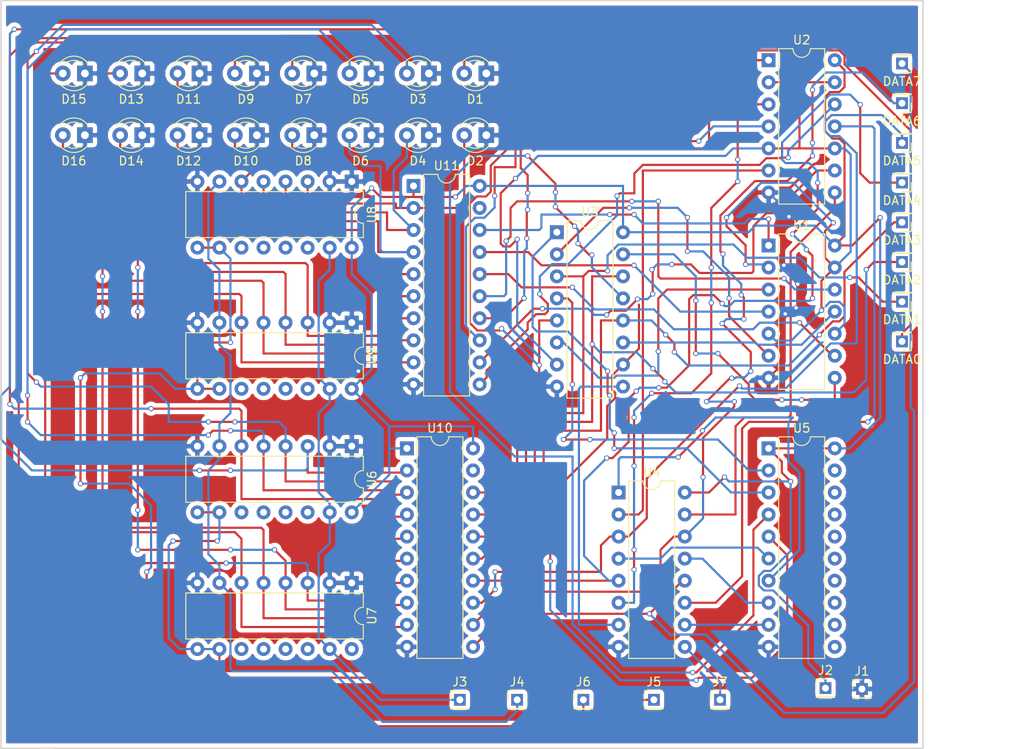
<source format=kicad_pcb>
(kicad_pcb (version 20171130) (host pcbnew 5.0.0)
  (layers (0 F.Cu signal) (31 B.Cu signal) (34 B.Paste user) (35 F.Paste user) (36 B.SilkS user) (37 F.SilkS user) (38 B.Mask user) (39 F.Mask user) (44 Edge.Cuts user))
  (net 0 "")
  (net 1 GND)
  (net 2 "Net-(D1-Pad2)")
  (net 3 "Net-(D2-Pad2)")
  (net 4 "Net-(D3-Pad2)")
  (net 5 "Net-(D4-Pad2)")
  (net 6 "Net-(D5-Pad2)")
  (net 7 "Net-(D6-Pad2)")
  (net 8 "Net-(D7-Pad2)")
  (net 9 "Net-(D8-Pad2)")
  (net 10 "Net-(D9-Pad2)")
  (net 11 "Net-(D10-Pad2)")
  (net 12 "Net-(D11-Pad2)")
  (net 13 "Net-(D12-Pad2)")
  (net 14 "Net-(D13-Pad2)")
  (net 15 "Net-(D14-Pad2)")
  (net 16 "Net-(D15-Pad2)")
  (net 17 "Net-(D16-Pad2)")
  (net 18 Reset)
  (net 19 CLK)
  (net 20 "Net-(J5-Pad1)")
  (net 21 "Net-(J6-Pad1)")
  (net 22 "Net-(U1-Pad1)")
  (net 23 "Net-(U1-Pad8)")
  (net 24 "Net-(U1-Pad10)")
  (net 25 "Net-(U1-Pad9)")
  (net 26 "Net-(U1-Pad3)")
  (net 27 "Net-(U1-Pad4)")
  (net 28 "Net-(U1-Pad11)")
  (net 29 "Net-(U1-Pad12)")
  (net 30 "Net-(U1-Pad6)")
  (net 31 VCC)
  (net 32 "Net-(U11-Pad14)")
  (net 33 "Net-(U2-Pad8)")
  (net 34 "Net-(U11-Pad12)")
  (net 35 "Net-(U2-Pad3)")
  (net 36 "Net-(U11-Pad13)")
  (net 37 "Net-(U2-Pad11)")
  (net 38 "Net-(U11-Pad11)")
  (net 39 "Net-(U2-Pad6)")
  (net 40 "Net-(U3-Pad1)")
  (net 41 "Net-(U3-Pad9)")
  (net 42 "Net-(U3-Pad10)")
  (net 43 "Net-(U3-Pad4)")
  (net 44 "Net-(U3-Pad13)")
  (net 45 "Net-(U4-Pad1)")
  (net 46 "Net-(U4-Pad10)")
  (net 47 "Net-(U4-Pad4)")
  (net 48 "Net-(U4-Pad13)")
  (net 49 "Net-(U5-Pad11)")
  (net 50 "Net-(U5-Pad12)")
  (net 51 "Net-(U5-Pad13)")
  (net 52 "Net-(U5-Pad14)")
  (net 53 "Net-(U5-Pad15)")
  (net 54 "Net-(U5-Pad16)")
  (net 55 "Net-(U5-Pad17)")
  (net 56 "Net-(U5-Pad18)")
  (net 57 "Net-(U5-Pad19)")
  (net 58 "Net-(U6-Pad11)")
  (net 59 "Net-(U6-Pad12)")
  (net 60 "Net-(U6-Pad13)")
  (net 61 "Net-(U6-Pad14)")
  (net 62 "Net-(U7-Pad11)")
  (net 63 "Net-(U7-Pad12)")
  (net 64 "Net-(U7-Pad13)")
  (net 65 "Net-(U7-Pad14)")
  (net 66 "Net-(U8-Pad11)")
  (net 67 "Net-(U8-Pad12)")
  (net 68 "Net-(U8-Pad13)")
  (net 69 "Net-(U8-Pad14)")
  (net 70 "Net-(U9-Pad11)")
  (net 71 "Net-(U9-Pad12)")
  (net 72 "Net-(U9-Pad13)")
  (net 73 "Net-(U9-Pad14)")
  (net 74 "Net-(U10-Pad19)")
  (net 75 "Net-(U11-Pad19)")
  (net 76 "Net-(J7-Pad1)")
  (net 77 "Net-(DATA0-Pad1)")
  (net 78 "Net-(DATA1-Pad1)")
  (net 79 "Net-(DATA2-Pad1)")
  (net 80 "Net-(DATA3-Pad1)")
  (net 81 "Net-(DATA4-Pad1)")
  (net 82 "Net-(DATA5-Pad1)")
  (net 83 "Net-(DATA6-Pad1)")
  (net 84 "Net-(DATA7-Pad1)")
  (module Housings_DIP:DIP-16_W7.62mm (layer F.Cu) (at 120.142 95.25 270)
    (fp_text reference U8 (at 3.81 -2.33 270) (layer F.SilkS))
    (fp_text value 74LS173)
    (pad 1 thru_hole rect (at 0 0 270) (size 1.6 1.6) (drill 0.8) (layers *.Cu *.Mask) (net 1 GND))
    (pad 9 thru_hole oval (at 7.62 17.78 270) (size 1.6 1.6) (drill 0.8) (layers *.Cu *.Mask) (net 21 "Net-(J6-Pad1)"))
    (pad 2 thru_hole oval (at 0 2.54 270) (size 1.6 1.6) (drill 0.8) (layers *.Cu *.Mask) (net 1 GND))
    (pad 10 thru_hole oval (at 7.62 15.24 270) (size 1.6 1.6) (drill 0.8) (layers *.Cu *.Mask) (net 21 "Net-(J6-Pad1)"))
    (pad 3 thru_hole oval (at 0 5.08 270) (size 1.6 1.6) (drill 0.8) (layers *.Cu *.Mask) (net 3 "Net-(D2-Pad2)"))
    (pad 11 thru_hole oval (at 7.62 12.7 270) (size 1.6 1.6) (drill 0.8) (layers *.Cu *.Mask) (net 66 "Net-(U8-Pad11)"))
    (pad 4 thru_hole oval (at 0 7.62 270) (size 1.6 1.6) (drill 0.8) (layers *.Cu *.Mask) (net 5 "Net-(D4-Pad2)"))
    (pad 12 thru_hole oval (at 7.62 10.16 270) (size 1.6 1.6) (drill 0.8) (layers *.Cu *.Mask) (net 67 "Net-(U8-Pad12)"))
    (pad 5 thru_hole oval (at 0 10.16 270) (size 1.6 1.6) (drill 0.8) (layers *.Cu *.Mask) (net 7 "Net-(D6-Pad2)"))
    (pad 13 thru_hole oval (at 7.62 7.62 270) (size 1.6 1.6) (drill 0.8) (layers *.Cu *.Mask) (net 68 "Net-(U8-Pad13)"))
    (pad 6 thru_hole oval (at 0 12.7 270) (size 1.6 1.6) (drill 0.8) (layers *.Cu *.Mask) (net 9 "Net-(D8-Pad2)"))
    (pad 14 thru_hole oval (at 7.62 5.08 270) (size 1.6 1.6) (drill 0.8) (layers *.Cu *.Mask) (net 69 "Net-(U8-Pad14)"))
    (pad 7 thru_hole oval (at 0 15.24 270) (size 1.6 1.6) (drill 0.8) (layers *.Cu *.Mask) (net 19 CLK))
    (pad 15 thru_hole oval (at 7.62 2.54 270) (size 1.6 1.6) (drill 0.8) (layers *.Cu *.Mask) (net 18 Reset))
    (pad 8 thru_hole oval (at 0 17.78 270) (size 1.6 1.6) (drill 0.8) (layers *.Cu *.Mask) (net 1 GND))
    (pad 16 thru_hole oval (at 7.62 0 270) (size 1.6 1.6) (drill 0.8) (layers *.Cu *.Mask) (net 31 VCC))
  )
  (module LEDs:LED_D3.0mm (layer F.Cu) (at 135.636 82.804 180)
    (fp_text reference D1 (at 1.27 -2.96 180) (layer F.SilkS))
    (fp_text value LED)
    (pad 1 thru_hole rect (at 0 0 180) (size 1.8 1.8) (drill 0.9) (layers *.Cu *.Mask) (net 1 GND))
    (pad 2 thru_hole circle (at 2.54 0 180) (size 1.8 1.8) (drill 0.9) (layers *.Cu *.Mask) (net 2 "Net-(D1-Pad2)"))
  )
  (module LEDs:LED_D3.0mm (layer F.Cu) (at 135.636 89.916 180)
    (fp_text reference D2 (at 1.27 -2.96 180) (layer F.SilkS))
    (fp_text value LED)
    (pad 1 thru_hole rect (at 0 0 180) (size 1.8 1.8) (drill 0.9) (layers *.Cu *.Mask) (net 1 GND))
    (pad 2 thru_hole circle (at 2.54 0 180) (size 1.8 1.8) (drill 0.9) (layers *.Cu *.Mask) (net 3 "Net-(D2-Pad2)"))
  )
  (module LEDs:LED_D3.0mm (layer F.Cu) (at 129.032 82.804 180)
    (fp_text reference D3 (at 1.27 -2.96 180) (layer F.SilkS))
    (fp_text value LED)
    (pad 1 thru_hole rect (at 0 0 180) (size 1.8 1.8) (drill 0.9) (layers *.Cu *.Mask) (net 1 GND))
    (pad 2 thru_hole circle (at 2.54 0 180) (size 1.8 1.8) (drill 0.9) (layers *.Cu *.Mask) (net 4 "Net-(D3-Pad2)"))
  )
  (module LEDs:LED_D3.0mm (layer F.Cu) (at 129.032 89.916 180)
    (fp_text reference D4 (at 1.27 -2.96 180) (layer F.SilkS))
    (fp_text value LED)
    (pad 1 thru_hole rect (at 0 0 180) (size 1.8 1.8) (drill 0.9) (layers *.Cu *.Mask) (net 1 GND))
    (pad 2 thru_hole circle (at 2.54 0 180) (size 1.8 1.8) (drill 0.9) (layers *.Cu *.Mask) (net 5 "Net-(D4-Pad2)"))
  )
  (module LEDs:LED_D3.0mm (layer F.Cu) (at 122.428 82.804 180)
    (fp_text reference D5 (at 1.27 -2.96 180) (layer F.SilkS))
    (fp_text value LED)
    (pad 1 thru_hole rect (at 0 0 180) (size 1.8 1.8) (drill 0.9) (layers *.Cu *.Mask) (net 1 GND))
    (pad 2 thru_hole circle (at 2.54 0 180) (size 1.8 1.8) (drill 0.9) (layers *.Cu *.Mask) (net 6 "Net-(D5-Pad2)"))
  )
  (module LEDs:LED_D3.0mm (layer F.Cu) (at 122.428 89.916 180)
    (fp_text reference D6 (at 1.27 -2.96 180) (layer F.SilkS))
    (fp_text value LED)
    (pad 1 thru_hole rect (at 0 0 180) (size 1.8 1.8) (drill 0.9) (layers *.Cu *.Mask) (net 1 GND))
    (pad 2 thru_hole circle (at 2.54 0 180) (size 1.8 1.8) (drill 0.9) (layers *.Cu *.Mask) (net 7 "Net-(D6-Pad2)"))
  )
  (module LEDs:LED_D3.0mm (layer F.Cu) (at 115.824 82.804 180)
    (fp_text reference D7 (at 1.27 -2.96 180) (layer F.SilkS))
    (fp_text value LED)
    (pad 1 thru_hole rect (at 0 0 180) (size 1.8 1.8) (drill 0.9) (layers *.Cu *.Mask) (net 1 GND))
    (pad 2 thru_hole circle (at 2.54 0 180) (size 1.8 1.8) (drill 0.9) (layers *.Cu *.Mask) (net 8 "Net-(D7-Pad2)"))
  )
  (module LEDs:LED_D3.0mm (layer F.Cu) (at 115.824 89.916 180)
    (fp_text reference D8 (at 1.27 -2.96 180) (layer F.SilkS))
    (fp_text value LED)
    (pad 1 thru_hole rect (at 0 0 180) (size 1.8 1.8) (drill 0.9) (layers *.Cu *.Mask) (net 1 GND))
    (pad 2 thru_hole circle (at 2.54 0 180) (size 1.8 1.8) (drill 0.9) (layers *.Cu *.Mask) (net 9 "Net-(D8-Pad2)"))
  )
  (module LEDs:LED_D3.0mm (layer F.Cu) (at 109.22 82.804 180)
    (fp_text reference D9 (at 1.27 -2.96 180) (layer F.SilkS))
    (fp_text value LED)
    (pad 1 thru_hole rect (at 0 0 180) (size 1.8 1.8) (drill 0.9) (layers *.Cu *.Mask) (net 1 GND))
    (pad 2 thru_hole circle (at 2.54 0 180) (size 1.8 1.8) (drill 0.9) (layers *.Cu *.Mask) (net 10 "Net-(D9-Pad2)"))
  )
  (module LEDs:LED_D3.0mm (layer F.Cu) (at 109.22 89.916 180)
    (fp_text reference D10 (at 1.27 -2.96 180) (layer F.SilkS))
    (fp_text value LED)
    (pad 1 thru_hole rect (at 0 0 180) (size 1.8 1.8) (drill 0.9) (layers *.Cu *.Mask) (net 1 GND))
    (pad 2 thru_hole circle (at 2.54 0 180) (size 1.8 1.8) (drill 0.9) (layers *.Cu *.Mask) (net 11 "Net-(D10-Pad2)"))
  )
  (module LEDs:LED_D3.0mm (layer F.Cu) (at 102.616 82.804 180)
    (fp_text reference D11 (at 1.27 -2.96 180) (layer F.SilkS))
    (fp_text value LED)
    (pad 1 thru_hole rect (at 0 0 180) (size 1.8 1.8) (drill 0.9) (layers *.Cu *.Mask) (net 1 GND))
    (pad 2 thru_hole circle (at 2.54 0 180) (size 1.8 1.8) (drill 0.9) (layers *.Cu *.Mask) (net 12 "Net-(D11-Pad2)"))
  )
  (module LEDs:LED_D3.0mm (layer F.Cu) (at 102.616 89.916 180)
    (fp_text reference D12 (at 1.27 -2.96 180) (layer F.SilkS))
    (fp_text value LED)
    (pad 1 thru_hole rect (at 0 0 180) (size 1.8 1.8) (drill 0.9) (layers *.Cu *.Mask) (net 1 GND))
    (pad 2 thru_hole circle (at 2.54 0 180) (size 1.8 1.8) (drill 0.9) (layers *.Cu *.Mask) (net 13 "Net-(D12-Pad2)"))
  )
  (module LEDs:LED_D3.0mm (layer F.Cu) (at 96.012 82.804 180)
    (fp_text reference D13 (at 1.27 -2.96 180) (layer F.SilkS))
    (fp_text value LED)
    (pad 1 thru_hole rect (at 0 0 180) (size 1.8 1.8) (drill 0.9) (layers *.Cu *.Mask) (net 1 GND))
    (pad 2 thru_hole circle (at 2.54 0 180) (size 1.8 1.8) (drill 0.9) (layers *.Cu *.Mask) (net 14 "Net-(D13-Pad2)"))
  )
  (module LEDs:LED_D3.0mm (layer F.Cu) (at 96.012 89.916 180)
    (fp_text reference D14 (at 1.27 -2.96 180) (layer F.SilkS))
    (fp_text value LED)
    (pad 1 thru_hole rect (at 0 0 180) (size 1.8 1.8) (drill 0.9) (layers *.Cu *.Mask) (net 1 GND))
    (pad 2 thru_hole circle (at 2.54 0 180) (size 1.8 1.8) (drill 0.9) (layers *.Cu *.Mask) (net 15 "Net-(D14-Pad2)"))
  )
  (module LEDs:LED_D3.0mm (layer F.Cu) (at 89.408 82.804 180)
    (fp_text reference D15 (at 1.27 -2.96 180) (layer F.SilkS))
    (fp_text value LED)
    (pad 1 thru_hole rect (at 0 0 180) (size 1.8 1.8) (drill 0.9) (layers *.Cu *.Mask) (net 1 GND))
    (pad 2 thru_hole circle (at 2.54 0 180) (size 1.8 1.8) (drill 0.9) (layers *.Cu *.Mask) (net 16 "Net-(D15-Pad2)"))
  )
  (module LEDs:LED_D3.0mm (layer F.Cu) (at 89.408 89.916 180)
    (fp_text reference D16 (at 1.27 -2.96 180) (layer F.SilkS))
    (fp_text value LED)
    (pad 1 thru_hole rect (at 0 0 180) (size 1.8 1.8) (drill 0.9) (layers *.Cu *.Mask) (net 1 GND))
    (pad 2 thru_hole circle (at 2.54 0 180) (size 1.8 1.8) (drill 0.9) (layers *.Cu *.Mask) (net 17 "Net-(D16-Pad2)"))
  )
  (module Pin_Headers:Pin_Header_Straight_1x01_Pitch2.00mm (layer F.Cu) (at 178.9 153.7)
    (fp_text reference J1 (at 0 -2.06) (layer F.SilkS))
    (fp_text value Conn_01x01)
    (pad 1 thru_hole rect (at 0 0) (size 1.35 1.35) (drill 0.8) (layers *.Cu *.Mask) (net 1 GND))
  )
  (module Pin_Headers:Pin_Header_Straight_1x01_Pitch2.00mm (layer F.Cu) (at 174.7 153.6)
    (fp_text reference J2 (at 0 -2.06) (layer F.SilkS))
    (fp_text value Conn_01x01)
    (pad 1 thru_hole rect (at 0 0) (size 1.35 1.35) (drill 0.8) (layers *.Cu *.Mask) (net 31 VCC))
  )
  (module Pin_Headers:Pin_Header_Straight_1x01_Pitch2.00mm (layer F.Cu) (at 132.588 154.94)
    (fp_text reference J3 (at 0 -2.06) (layer F.SilkS))
    (fp_text value Conn_01x01)
    (pad 1 thru_hole rect (at 0 0) (size 1.35 1.35) (drill 0.8) (layers *.Cu *.Mask) (net 18 Reset))
  )
  (module Pin_Headers:Pin_Header_Straight_1x01_Pitch2.00mm (layer F.Cu) (at 139.192 154.94)
    (fp_text reference J4 (at 0 -2.06) (layer F.SilkS))
    (fp_text value Conn_01x01)
    (pad 1 thru_hole rect (at 0 0) (size 1.35 1.35) (drill 0.8) (layers *.Cu *.Mask) (net 19 CLK))
  )
  (module Pin_Headers:Pin_Header_Straight_1x01_Pitch2.00mm (layer F.Cu) (at 154.94 154.94)
    (fp_text reference J5 (at 0 -2.06) (layer F.SilkS))
    (fp_text value Conn_01x01)
    (pad 1 thru_hole rect (at 0 0) (size 1.35 1.35) (drill 0.8) (layers *.Cu *.Mask) (net 20 "Net-(J5-Pad1)"))
  )
  (module Pin_Headers:Pin_Header_Straight_1x01_Pitch2.00mm (layer F.Cu) (at 146.812 154.94)
    (fp_text reference J6 (at 0 -2.06) (layer F.SilkS))
    (fp_text value Conn_01x01)
    (pad 1 thru_hole rect (at 0 0) (size 1.35 1.35) (drill 0.8) (layers *.Cu *.Mask) (net 21 "Net-(J6-Pad1)"))
  )
  (module Housings_DIP:DIP-14_W7.62mm (layer F.Cu) (at 168.148 102.616)
    (fp_text reference U1 (at 3.81 -2.33) (layer F.SilkS))
    (fp_text value 74LS86)
    (pad 1 thru_hole rect (at 0 0) (size 1.6 1.6) (drill 0.8) (layers *.Cu *.Mask) (net 22 "Net-(U1-Pad1)"))
    (pad 8 thru_hole oval (at 7.62 15.24) (size 1.6 1.6) (drill 0.8) (layers *.Cu *.Mask) (net 23 "Net-(U1-Pad8)"))
    (pad 2 thru_hole oval (at 0 2.54) (size 1.6 1.6) (drill 0.8) (layers *.Cu *.Mask) (net 24 "Net-(U1-Pad10)"))
    (pad 9 thru_hole oval (at 7.62 12.7) (size 1.6 1.6) (drill 0.8) (layers *.Cu *.Mask) (net 25 "Net-(U1-Pad9)"))
    (pad 3 thru_hole oval (at 0 5.08) (size 1.6 1.6) (drill 0.8) (layers *.Cu *.Mask) (net 26 "Net-(U1-Pad3)"))
    (pad 10 thru_hole oval (at 7.62 10.16) (size 1.6 1.6) (drill 0.8) (layers *.Cu *.Mask) (net 24 "Net-(U1-Pad10)"))
    (pad 4 thru_hole oval (at 0 7.62) (size 1.6 1.6) (drill 0.8) (layers *.Cu *.Mask) (net 27 "Net-(U1-Pad4)"))
    (pad 11 thru_hole oval (at 7.62 7.62) (size 1.6 1.6) (drill 0.8) (layers *.Cu *.Mask) (net 28 "Net-(U1-Pad11)"))
    (pad 5 thru_hole oval (at 0 10.16) (size 1.6 1.6) (drill 0.8) (layers *.Cu *.Mask) (net 24 "Net-(U1-Pad10)"))
    (pad 12 thru_hole oval (at 7.62 5.08) (size 1.6 1.6) (drill 0.8) (layers *.Cu *.Mask) (net 29 "Net-(U1-Pad12)"))
    (pad 6 thru_hole oval (at 0 12.7) (size 1.6 1.6) (drill 0.8) (layers *.Cu *.Mask) (net 30 "Net-(U1-Pad6)"))
    (pad 13 thru_hole oval (at 7.62 2.54) (size 1.6 1.6) (drill 0.8) (layers *.Cu *.Mask) (net 24 "Net-(U1-Pad10)"))
    (pad 7 thru_hole oval (at 0 15.24) (size 1.6 1.6) (drill 0.8) (layers *.Cu *.Mask) (net 1 GND))
    (pad 14 thru_hole oval (at 7.62 0) (size 1.6 1.6) (drill 0.8) (layers *.Cu *.Mask) (net 31 VCC))
  )
  (module Housings_DIP:DIP-14_W7.62mm (layer F.Cu) (at 168.148 81.28)
    (fp_text reference U2 (at 3.81 -2.33) (layer F.SilkS))
    (fp_text value 74LS86)
    (pad 1 thru_hole rect (at 0 0) (size 1.6 1.6) (drill 0.8) (layers *.Cu *.Mask) (net 32 "Net-(U11-Pad14)"))
    (pad 8 thru_hole oval (at 7.62 15.24) (size 1.6 1.6) (drill 0.8) (layers *.Cu *.Mask) (net 33 "Net-(U2-Pad8)"))
    (pad 2 thru_hole oval (at 0 2.54) (size 1.6 1.6) (drill 0.8) (layers *.Cu *.Mask) (net 24 "Net-(U1-Pad10)"))
    (pad 9 thru_hole oval (at 7.62 12.7) (size 1.6 1.6) (drill 0.8) (layers *.Cu *.Mask) (net 34 "Net-(U11-Pad12)"))
    (pad 3 thru_hole oval (at 0 5.08) (size 1.6 1.6) (drill 0.8) (layers *.Cu *.Mask) (net 35 "Net-(U2-Pad3)"))
    (pad 10 thru_hole oval (at 7.62 10.16) (size 1.6 1.6) (drill 0.8) (layers *.Cu *.Mask) (net 24 "Net-(U1-Pad10)"))
    (pad 4 thru_hole oval (at 0 7.62) (size 1.6 1.6) (drill 0.8) (layers *.Cu *.Mask) (net 36 "Net-(U11-Pad13)"))
    (pad 11 thru_hole oval (at 7.62 7.62) (size 1.6 1.6) (drill 0.8) (layers *.Cu *.Mask) (net 37 "Net-(U2-Pad11)"))
    (pad 5 thru_hole oval (at 0 10.16) (size 1.6 1.6) (drill 0.8) (layers *.Cu *.Mask) (net 24 "Net-(U1-Pad10)"))
    (pad 12 thru_hole oval (at 7.62 5.08) (size 1.6 1.6) (drill 0.8) (layers *.Cu *.Mask) (net 38 "Net-(U11-Pad11)"))
    (pad 6 thru_hole oval (at 0 12.7) (size 1.6 1.6) (drill 0.8) (layers *.Cu *.Mask) (net 39 "Net-(U2-Pad6)"))
    (pad 13 thru_hole oval (at 7.62 2.54) (size 1.6 1.6) (drill 0.8) (layers *.Cu *.Mask) (net 24 "Net-(U1-Pad10)"))
    (pad 7 thru_hole oval (at 0 15.24) (size 1.6 1.6) (drill 0.8) (layers *.Cu *.Mask) (net 1 GND))
    (pad 14 thru_hole oval (at 7.62 0) (size 1.6 1.6) (drill 0.8) (layers *.Cu *.Mask) (net 31 VCC))
  )
  (module Housings_DIP:DIP-16_W7.62mm (layer F.Cu) (at 143.764 101.092)
    (fp_text reference U3 (at 3.81 -2.33) (layer F.SilkS))
    (fp_text value 74LS283)
    (pad 1 thru_hole rect (at 0 0) (size 1.6 1.6) (drill 0.8) (layers *.Cu *.Mask) (net 40 "Net-(U3-Pad1)"))
    (pad 9 thru_hole oval (at 7.62 17.78) (size 1.6 1.6) (drill 0.8) (layers *.Cu *.Mask) (net 41 "Net-(U3-Pad9)"))
    (pad 2 thru_hole oval (at 0 2.54) (size 1.6 1.6) (drill 0.8) (layers *.Cu *.Mask) (net 30 "Net-(U1-Pad6)"))
    (pad 10 thru_hole oval (at 7.62 15.24) (size 1.6 1.6) (drill 0.8) (layers *.Cu *.Mask) (net 42 "Net-(U3-Pad10)"))
    (pad 3 thru_hole oval (at 0 5.08) (size 1.6 1.6) (drill 0.8) (layers *.Cu *.Mask) (net 78 "Net-(DATA1-Pad1)"))
    (pad 11 thru_hole oval (at 7.62 12.7) (size 1.6 1.6) (drill 0.8) (layers *.Cu *.Mask) (net 28 "Net-(U1-Pad11)"))
    (pad 4 thru_hole oval (at 0 7.62) (size 1.6 1.6) (drill 0.8) (layers *.Cu *.Mask) (net 43 "Net-(U3-Pad4)"))
    (pad 12 thru_hole oval (at 7.62 10.16) (size 1.6 1.6) (drill 0.8) (layers *.Cu *.Mask) (net 80 "Net-(DATA3-Pad1)"))
    (pad 5 thru_hole oval (at 0 10.16) (size 1.6 1.6) (drill 0.8) (layers *.Cu *.Mask) (net 77 "Net-(DATA0-Pad1)"))
    (pad 13 thru_hole oval (at 7.62 7.62) (size 1.6 1.6) (drill 0.8) (layers *.Cu *.Mask) (net 44 "Net-(U3-Pad13)"))
    (pad 6 thru_hole oval (at 0 12.7) (size 1.6 1.6) (drill 0.8) (layers *.Cu *.Mask) (net 26 "Net-(U1-Pad3)"))
    (pad 14 thru_hole oval (at 7.62 5.08) (size 1.6 1.6) (drill 0.8) (layers *.Cu *.Mask) (net 79 "Net-(DATA2-Pad1)"))
    (pad 7 thru_hole oval (at 0 15.24) (size 1.6 1.6) (drill 0.8) (layers *.Cu *.Mask) (net 24 "Net-(U1-Pad10)"))
    (pad 15 thru_hole oval (at 7.62 2.54) (size 1.6 1.6) (drill 0.8) (layers *.Cu *.Mask) (net 23 "Net-(U1-Pad8)"))
    (pad 8 thru_hole oval (at 0 17.78) (size 1.6 1.6) (drill 0.8) (layers *.Cu *.Mask) (net 1 GND))
    (pad 16 thru_hole oval (at 7.62 0) (size 1.6 1.6) (drill 0.8) (layers *.Cu *.Mask) (net 31 VCC))
  )
  (module Housings_DIP:DIP-16_W7.62mm (layer F.Cu) (at 150.876 131.064)
    (fp_text reference U4 (at 3.81 -2.33) (layer F.SilkS))
    (fp_text value 74LS283)
    (pad 1 thru_hole rect (at 0 0) (size 1.6 1.6) (drill 0.8) (layers *.Cu *.Mask) (net 45 "Net-(U4-Pad1)"))
    (pad 9 thru_hole oval (at 7.62 17.78) (size 1.6 1.6) (drill 0.8) (layers *.Cu *.Mask) (net 76 "Net-(J7-Pad1)"))
    (pad 2 thru_hole oval (at 0 2.54) (size 1.6 1.6) (drill 0.8) (layers *.Cu *.Mask) (net 39 "Net-(U2-Pad6)"))
    (pad 10 thru_hole oval (at 7.62 15.24) (size 1.6 1.6) (drill 0.8) (layers *.Cu *.Mask) (net 46 "Net-(U4-Pad10)"))
    (pad 3 thru_hole oval (at 0 5.08) (size 1.6 1.6) (drill 0.8) (layers *.Cu *.Mask) (net 82 "Net-(DATA5-Pad1)"))
    (pad 11 thru_hole oval (at 7.62 12.7) (size 1.6 1.6) (drill 0.8) (layers *.Cu *.Mask) (net 37 "Net-(U2-Pad11)"))
    (pad 4 thru_hole oval (at 0 7.62) (size 1.6 1.6) (drill 0.8) (layers *.Cu *.Mask) (net 47 "Net-(U4-Pad4)"))
    (pad 12 thru_hole oval (at 7.62 10.16) (size 1.6 1.6) (drill 0.8) (layers *.Cu *.Mask) (net 84 "Net-(DATA7-Pad1)"))
    (pad 5 thru_hole oval (at 0 10.16) (size 1.6 1.6) (drill 0.8) (layers *.Cu *.Mask) (net 81 "Net-(DATA4-Pad1)"))
    (pad 13 thru_hole oval (at 7.62 7.62) (size 1.6 1.6) (drill 0.8) (layers *.Cu *.Mask) (net 48 "Net-(U4-Pad13)"))
    (pad 6 thru_hole oval (at 0 12.7) (size 1.6 1.6) (drill 0.8) (layers *.Cu *.Mask) (net 35 "Net-(U2-Pad3)"))
    (pad 14 thru_hole oval (at 7.62 5.08) (size 1.6 1.6) (drill 0.8) (layers *.Cu *.Mask) (net 83 "Net-(DATA6-Pad1)"))
    (pad 7 thru_hole oval (at 0 15.24) (size 1.6 1.6) (drill 0.8) (layers *.Cu *.Mask) (net 41 "Net-(U3-Pad9)"))
    (pad 15 thru_hole oval (at 7.62 2.54) (size 1.6 1.6) (drill 0.8) (layers *.Cu *.Mask) (net 33 "Net-(U2-Pad8)"))
    (pad 8 thru_hole oval (at 0 17.78) (size 1.6 1.6) (drill 0.8) (layers *.Cu *.Mask) (net 1 GND))
    (pad 16 thru_hole oval (at 7.62 0) (size 1.6 1.6) (drill 0.8) (layers *.Cu *.Mask) (net 31 VCC))
  )
  (module Housings_DIP:DIP-20_W7.62mm (layer F.Cu) (at 168.148 125.984)
    (fp_text reference U5 (at 3.81 -2.33) (layer F.SilkS))
    (fp_text value 74HC245)
    (pad 1 thru_hole rect (at 0 0) (size 1.6 1.6) (drill 0.8) (layers *.Cu *.Mask) (net 31 VCC))
    (pad 11 thru_hole oval (at 7.62 22.86) (size 1.6 1.6) (drill 0.8) (layers *.Cu *.Mask) (net 49 "Net-(U5-Pad11)"))
    (pad 2 thru_hole oval (at 0 2.54) (size 1.6 1.6) (drill 0.8) (layers *.Cu *.Mask) (net 43 "Net-(U3-Pad4)"))
    (pad 12 thru_hole oval (at 7.62 20.32) (size 1.6 1.6) (drill 0.8) (layers *.Cu *.Mask) (net 50 "Net-(U5-Pad12)"))
    (pad 3 thru_hole oval (at 0 5.08) (size 1.6 1.6) (drill 0.8) (layers *.Cu *.Mask) (net 40 "Net-(U3-Pad1)"))
    (pad 13 thru_hole oval (at 7.62 17.78) (size 1.6 1.6) (drill 0.8) (layers *.Cu *.Mask) (net 51 "Net-(U5-Pad13)"))
    (pad 4 thru_hole oval (at 0 7.62) (size 1.6 1.6) (drill 0.8) (layers *.Cu *.Mask) (net 44 "Net-(U3-Pad13)"))
    (pad 14 thru_hole oval (at 7.62 15.24) (size 1.6 1.6) (drill 0.8) (layers *.Cu *.Mask) (net 52 "Net-(U5-Pad14)"))
    (pad 5 thru_hole oval (at 0 10.16) (size 1.6 1.6) (drill 0.8) (layers *.Cu *.Mask) (net 42 "Net-(U3-Pad10)"))
    (pad 15 thru_hole oval (at 7.62 12.7) (size 1.6 1.6) (drill 0.8) (layers *.Cu *.Mask) (net 53 "Net-(U5-Pad15)"))
    (pad 6 thru_hole oval (at 0 12.7) (size 1.6 1.6) (drill 0.8) (layers *.Cu *.Mask) (net 47 "Net-(U4-Pad4)"))
    (pad 16 thru_hole oval (at 7.62 10.16) (size 1.6 1.6) (drill 0.8) (layers *.Cu *.Mask) (net 54 "Net-(U5-Pad16)"))
    (pad 7 thru_hole oval (at 0 15.24) (size 1.6 1.6) (drill 0.8) (layers *.Cu *.Mask) (net 45 "Net-(U4-Pad1)"))
    (pad 17 thru_hole oval (at 7.62 7.62) (size 1.6 1.6) (drill 0.8) (layers *.Cu *.Mask) (net 55 "Net-(U5-Pad17)"))
    (pad 8 thru_hole oval (at 0 17.78) (size 1.6 1.6) (drill 0.8) (layers *.Cu *.Mask) (net 48 "Net-(U4-Pad13)"))
    (pad 18 thru_hole oval (at 7.62 5.08) (size 1.6 1.6) (drill 0.8) (layers *.Cu *.Mask) (net 56 "Net-(U5-Pad18)"))
    (pad 9 thru_hole oval (at 0 20.32) (size 1.6 1.6) (drill 0.8) (layers *.Cu *.Mask) (net 46 "Net-(U4-Pad10)"))
    (pad 19 thru_hole oval (at 7.62 2.54) (size 1.6 1.6) (drill 0.8) (layers *.Cu *.Mask) (net 57 "Net-(U5-Pad19)"))
    (pad 10 thru_hole oval (at 0 22.86) (size 1.6 1.6) (drill 0.8) (layers *.Cu *.Mask) (net 1 GND))
    (pad 20 thru_hole oval (at 7.62 0) (size 1.6 1.6) (drill 0.8) (layers *.Cu *.Mask) (net 31 VCC))
  )
  (module Housings_DIP:DIP-16_W7.62mm (layer F.Cu) (at 120.142 125.73 270)
    (fp_text reference U6 (at 3.81 -2.33 270) (layer F.SilkS))
    (fp_text value 74LS173)
    (pad 1 thru_hole rect (at 0 0 270) (size 1.6 1.6) (drill 0.8) (layers *.Cu *.Mask) (net 1 GND))
    (pad 9 thru_hole oval (at 7.62 17.78 270) (size 1.6 1.6) (drill 0.8) (layers *.Cu *.Mask) (net 20 "Net-(J5-Pad1)"))
    (pad 2 thru_hole oval (at 0 2.54 270) (size 1.6 1.6) (drill 0.8) (layers *.Cu *.Mask) (net 1 GND))
    (pad 10 thru_hole oval (at 7.62 15.24 270) (size 1.6 1.6) (drill 0.8) (layers *.Cu *.Mask) (net 20 "Net-(J5-Pad1)"))
    (pad 3 thru_hole oval (at 0 5.08 270) (size 1.6 1.6) (drill 0.8) (layers *.Cu *.Mask) (net 2 "Net-(D1-Pad2)"))
    (pad 11 thru_hole oval (at 7.62 12.7 270) (size 1.6 1.6) (drill 0.8) (layers *.Cu *.Mask) (net 58 "Net-(U6-Pad11)"))
    (pad 4 thru_hole oval (at 0 7.62 270) (size 1.6 1.6) (drill 0.8) (layers *.Cu *.Mask) (net 4 "Net-(D3-Pad2)"))
    (pad 12 thru_hole oval (at 7.62 10.16 270) (size 1.6 1.6) (drill 0.8) (layers *.Cu *.Mask) (net 59 "Net-(U6-Pad12)"))
    (pad 5 thru_hole oval (at 0 10.16 270) (size 1.6 1.6) (drill 0.8) (layers *.Cu *.Mask) (net 6 "Net-(D5-Pad2)"))
    (pad 13 thru_hole oval (at 7.62 7.62 270) (size 1.6 1.6) (drill 0.8) (layers *.Cu *.Mask) (net 60 "Net-(U6-Pad13)"))
    (pad 6 thru_hole oval (at 0 12.7 270) (size 1.6 1.6) (drill 0.8) (layers *.Cu *.Mask) (net 8 "Net-(D7-Pad2)"))
    (pad 14 thru_hole oval (at 7.62 5.08 270) (size 1.6 1.6) (drill 0.8) (layers *.Cu *.Mask) (net 61 "Net-(U6-Pad14)"))
    (pad 7 thru_hole oval (at 0 15.24 270) (size 1.6 1.6) (drill 0.8) (layers *.Cu *.Mask) (net 19 CLK))
    (pad 15 thru_hole oval (at 7.62 2.54 270) (size 1.6 1.6) (drill 0.8) (layers *.Cu *.Mask) (net 18 Reset))
    (pad 8 thru_hole oval (at 0 17.78 270) (size 1.6 1.6) (drill 0.8) (layers *.Cu *.Mask) (net 1 GND))
    (pad 16 thru_hole oval (at 7.62 0 270) (size 1.6 1.6) (drill 0.8) (layers *.Cu *.Mask) (net 31 VCC))
  )
  (module Housings_DIP:DIP-16_W7.62mm (layer F.Cu) (at 120.142 141.478 270)
    (fp_text reference U7 (at 3.81 -2.33 270) (layer F.SilkS))
    (fp_text value 74LS173)
    (pad 1 thru_hole rect (at 0 0 270) (size 1.6 1.6) (drill 0.8) (layers *.Cu *.Mask) (net 1 GND))
    (pad 9 thru_hole oval (at 7.62 17.78 270) (size 1.6 1.6) (drill 0.8) (layers *.Cu *.Mask) (net 20 "Net-(J5-Pad1)"))
    (pad 2 thru_hole oval (at 0 2.54 270) (size 1.6 1.6) (drill 0.8) (layers *.Cu *.Mask) (net 1 GND))
    (pad 10 thru_hole oval (at 7.62 15.24 270) (size 1.6 1.6) (drill 0.8) (layers *.Cu *.Mask) (net 20 "Net-(J5-Pad1)"))
    (pad 3 thru_hole oval (at 0 5.08 270) (size 1.6 1.6) (drill 0.8) (layers *.Cu *.Mask) (net 10 "Net-(D9-Pad2)"))
    (pad 11 thru_hole oval (at 7.62 12.7 270) (size 1.6 1.6) (drill 0.8) (layers *.Cu *.Mask) (net 62 "Net-(U7-Pad11)"))
    (pad 4 thru_hole oval (at 0 7.62 270) (size 1.6 1.6) (drill 0.8) (layers *.Cu *.Mask) (net 12 "Net-(D11-Pad2)"))
    (pad 12 thru_hole oval (at 7.62 10.16 270) (size 1.6 1.6) (drill 0.8) (layers *.Cu *.Mask) (net 63 "Net-(U7-Pad12)"))
    (pad 5 thru_hole oval (at 0 10.16 270) (size 1.6 1.6) (drill 0.8) (layers *.Cu *.Mask) (net 14 "Net-(D13-Pad2)"))
    (pad 13 thru_hole oval (at 7.62 7.62 270) (size 1.6 1.6) (drill 0.8) (layers *.Cu *.Mask) (net 64 "Net-(U7-Pad13)"))
    (pad 6 thru_hole oval (at 0 12.7 270) (size 1.6 1.6) (drill 0.8) (layers *.Cu *.Mask) (net 16 "Net-(D15-Pad2)"))
    (pad 14 thru_hole oval (at 7.62 5.08 270) (size 1.6 1.6) (drill 0.8) (layers *.Cu *.Mask) (net 65 "Net-(U7-Pad14)"))
    (pad 7 thru_hole oval (at 0 15.24 270) (size 1.6 1.6) (drill 0.8) (layers *.Cu *.Mask) (net 19 CLK))
    (pad 15 thru_hole oval (at 7.62 2.54 270) (size 1.6 1.6) (drill 0.8) (layers *.Cu *.Mask) (net 18 Reset))
    (pad 8 thru_hole oval (at 0 17.78 270) (size 1.6 1.6) (drill 0.8) (layers *.Cu *.Mask) (net 1 GND))
    (pad 16 thru_hole oval (at 7.62 0 270) (size 1.6 1.6) (drill 0.8) (layers *.Cu *.Mask) (net 31 VCC))
  )
  (module Housings_DIP:DIP-16_W7.62mm (layer F.Cu) (at 120.142 111.506 270)
    (fp_text reference U9 (at 3.81 -2.33 270) (layer F.SilkS))
    (fp_text value 74LS173)
    (pad 1 thru_hole rect (at 0 0 270) (size 1.6 1.6) (drill 0.8) (layers *.Cu *.Mask) (net 1 GND))
    (pad 9 thru_hole oval (at 7.62 17.78 270) (size 1.6 1.6) (drill 0.8) (layers *.Cu *.Mask) (net 21 "Net-(J6-Pad1)"))
    (pad 2 thru_hole oval (at 0 2.54 270) (size 1.6 1.6) (drill 0.8) (layers *.Cu *.Mask) (net 1 GND))
    (pad 10 thru_hole oval (at 7.62 15.24 270) (size 1.6 1.6) (drill 0.8) (layers *.Cu *.Mask) (net 21 "Net-(J6-Pad1)"))
    (pad 3 thru_hole oval (at 0 5.08 270) (size 1.6 1.6) (drill 0.8) (layers *.Cu *.Mask) (net 11 "Net-(D10-Pad2)"))
    (pad 11 thru_hole oval (at 7.62 12.7 270) (size 1.6 1.6) (drill 0.8) (layers *.Cu *.Mask) (net 70 "Net-(U9-Pad11)"))
    (pad 4 thru_hole oval (at 0 7.62 270) (size 1.6 1.6) (drill 0.8) (layers *.Cu *.Mask) (net 13 "Net-(D12-Pad2)"))
    (pad 12 thru_hole oval (at 7.62 10.16 270) (size 1.6 1.6) (drill 0.8) (layers *.Cu *.Mask) (net 71 "Net-(U9-Pad12)"))
    (pad 5 thru_hole oval (at 0 10.16 270) (size 1.6 1.6) (drill 0.8) (layers *.Cu *.Mask) (net 15 "Net-(D14-Pad2)"))
    (pad 13 thru_hole oval (at 7.62 7.62 270) (size 1.6 1.6) (drill 0.8) (layers *.Cu *.Mask) (net 72 "Net-(U9-Pad13)"))
    (pad 6 thru_hole oval (at 0 12.7 270) (size 1.6 1.6) (drill 0.8) (layers *.Cu *.Mask) (net 17 "Net-(D16-Pad2)"))
    (pad 14 thru_hole oval (at 7.62 5.08 270) (size 1.6 1.6) (drill 0.8) (layers *.Cu *.Mask) (net 73 "Net-(U9-Pad14)"))
    (pad 7 thru_hole oval (at 0 15.24 270) (size 1.6 1.6) (drill 0.8) (layers *.Cu *.Mask) (net 19 CLK))
    (pad 15 thru_hole oval (at 7.62 2.54 270) (size 1.6 1.6) (drill 0.8) (layers *.Cu *.Mask) (net 18 Reset))
    (pad 8 thru_hole oval (at 0 17.78 270) (size 1.6 1.6) (drill 0.8) (layers *.Cu *.Mask) (net 1 GND))
    (pad 16 thru_hole oval (at 7.62 0 270) (size 1.6 1.6) (drill 0.8) (layers *.Cu *.Mask) (net 31 VCC))
  )
  (module Housings_DIP:DIP-20_W7.62mm (layer F.Cu) (at 126.492 125.984)
    (fp_text reference U10 (at 3.81 -2.33) (layer F.SilkS))
    (fp_text value 74HC245)
    (pad 1 thru_hole rect (at 0 0) (size 1.6 1.6) (drill 0.8) (layers *.Cu *.Mask) (net 31 VCC))
    (pad 11 thru_hole oval (at 7.62 22.86) (size 1.6 1.6) (drill 0.8) (layers *.Cu *.Mask) (net 84 "Net-(DATA7-Pad1)"))
    (pad 2 thru_hole oval (at 0 2.54) (size 1.6 1.6) (drill 0.8) (layers *.Cu *.Mask) (net 2 "Net-(D1-Pad2)"))
    (pad 12 thru_hole oval (at 7.62 20.32) (size 1.6 1.6) (drill 0.8) (layers *.Cu *.Mask) (net 83 "Net-(DATA6-Pad1)"))
    (pad 3 thru_hole oval (at 0 5.08) (size 1.6 1.6) (drill 0.8) (layers *.Cu *.Mask) (net 4 "Net-(D3-Pad2)"))
    (pad 13 thru_hole oval (at 7.62 17.78) (size 1.6 1.6) (drill 0.8) (layers *.Cu *.Mask) (net 82 "Net-(DATA5-Pad1)"))
    (pad 4 thru_hole oval (at 0 7.62) (size 1.6 1.6) (drill 0.8) (layers *.Cu *.Mask) (net 6 "Net-(D5-Pad2)"))
    (pad 14 thru_hole oval (at 7.62 15.24) (size 1.6 1.6) (drill 0.8) (layers *.Cu *.Mask) (net 81 "Net-(DATA4-Pad1)"))
    (pad 5 thru_hole oval (at 0 10.16) (size 1.6 1.6) (drill 0.8) (layers *.Cu *.Mask) (net 8 "Net-(D7-Pad2)"))
    (pad 15 thru_hole oval (at 7.62 12.7) (size 1.6 1.6) (drill 0.8) (layers *.Cu *.Mask) (net 80 "Net-(DATA3-Pad1)"))
    (pad 6 thru_hole oval (at 0 12.7) (size 1.6 1.6) (drill 0.8) (layers *.Cu *.Mask) (net 10 "Net-(D9-Pad2)"))
    (pad 16 thru_hole oval (at 7.62 10.16) (size 1.6 1.6) (drill 0.8) (layers *.Cu *.Mask) (net 79 "Net-(DATA2-Pad1)"))
    (pad 7 thru_hole oval (at 0 15.24) (size 1.6 1.6) (drill 0.8) (layers *.Cu *.Mask) (net 12 "Net-(D11-Pad2)"))
    (pad 17 thru_hole oval (at 7.62 7.62) (size 1.6 1.6) (drill 0.8) (layers *.Cu *.Mask) (net 78 "Net-(DATA1-Pad1)"))
    (pad 8 thru_hole oval (at 0 17.78) (size 1.6 1.6) (drill 0.8) (layers *.Cu *.Mask) (net 14 "Net-(D13-Pad2)"))
    (pad 18 thru_hole oval (at 7.62 5.08) (size 1.6 1.6) (drill 0.8) (layers *.Cu *.Mask) (net 77 "Net-(DATA0-Pad1)"))
    (pad 9 thru_hole oval (at 0 20.32) (size 1.6 1.6) (drill 0.8) (layers *.Cu *.Mask) (net 16 "Net-(D15-Pad2)"))
    (pad 19 thru_hole oval (at 7.62 2.54) (size 1.6 1.6) (drill 0.8) (layers *.Cu *.Mask) (net 74 "Net-(U10-Pad19)"))
    (pad 10 thru_hole oval (at 0 22.86) (size 1.6 1.6) (drill 0.8) (layers *.Cu *.Mask) (net 1 GND))
    (pad 20 thru_hole oval (at 7.62 0) (size 1.6 1.6) (drill 0.8) (layers *.Cu *.Mask) (net 31 VCC))
  )
  (module Housings_DIP:DIP-20_W7.62mm (layer F.Cu) (at 127.254 95.758)
    (fp_text reference U11 (at 3.81 -2.33) (layer F.SilkS))
    (fp_text value 74HC245)
    (pad 1 thru_hole rect (at 0 0) (size 1.6 1.6) (drill 0.8) (layers *.Cu *.Mask) (net 31 VCC))
    (pad 11 thru_hole oval (at 7.62 22.86) (size 1.6 1.6) (drill 0.8) (layers *.Cu *.Mask) (net 38 "Net-(U11-Pad11)"))
    (pad 2 thru_hole oval (at 0 2.54) (size 1.6 1.6) (drill 0.8) (layers *.Cu *.Mask) (net 3 "Net-(D2-Pad2)"))
    (pad 12 thru_hole oval (at 7.62 20.32) (size 1.6 1.6) (drill 0.8) (layers *.Cu *.Mask) (net 34 "Net-(U11-Pad12)"))
    (pad 3 thru_hole oval (at 0 5.08) (size 1.6 1.6) (drill 0.8) (layers *.Cu *.Mask) (net 5 "Net-(D4-Pad2)"))
    (pad 13 thru_hole oval (at 7.62 17.78) (size 1.6 1.6) (drill 0.8) (layers *.Cu *.Mask) (net 36 "Net-(U11-Pad13)"))
    (pad 4 thru_hole oval (at 0 7.62) (size 1.6 1.6) (drill 0.8) (layers *.Cu *.Mask) (net 7 "Net-(D6-Pad2)"))
    (pad 14 thru_hole oval (at 7.62 15.24) (size 1.6 1.6) (drill 0.8) (layers *.Cu *.Mask) (net 32 "Net-(U11-Pad14)"))
    (pad 5 thru_hole oval (at 0 10.16) (size 1.6 1.6) (drill 0.8) (layers *.Cu *.Mask) (net 9 "Net-(D8-Pad2)"))
    (pad 15 thru_hole oval (at 7.62 12.7) (size 1.6 1.6) (drill 0.8) (layers *.Cu *.Mask) (net 29 "Net-(U1-Pad12)"))
    (pad 6 thru_hole oval (at 0 12.7) (size 1.6 1.6) (drill 0.8) (layers *.Cu *.Mask) (net 11 "Net-(D10-Pad2)"))
    (pad 16 thru_hole oval (at 7.62 10.16) (size 1.6 1.6) (drill 0.8) (layers *.Cu *.Mask) (net 25 "Net-(U1-Pad9)"))
    (pad 7 thru_hole oval (at 0 15.24) (size 1.6 1.6) (drill 0.8) (layers *.Cu *.Mask) (net 13 "Net-(D12-Pad2)"))
    (pad 17 thru_hole oval (at 7.62 7.62) (size 1.6 1.6) (drill 0.8) (layers *.Cu *.Mask) (net 27 "Net-(U1-Pad4)"))
    (pad 8 thru_hole oval (at 0 17.78) (size 1.6 1.6) (drill 0.8) (layers *.Cu *.Mask) (net 15 "Net-(D14-Pad2)"))
    (pad 18 thru_hole oval (at 7.62 5.08) (size 1.6 1.6) (drill 0.8) (layers *.Cu *.Mask) (net 22 "Net-(U1-Pad1)"))
    (pad 9 thru_hole oval (at 0 20.32) (size 1.6 1.6) (drill 0.8) (layers *.Cu *.Mask) (net 17 "Net-(D16-Pad2)"))
    (pad 19 thru_hole oval (at 7.62 2.54) (size 1.6 1.6) (drill 0.8) (layers *.Cu *.Mask) (net 75 "Net-(U11-Pad19)"))
    (pad 10 thru_hole oval (at 0 22.86) (size 1.6 1.6) (drill 0.8) (layers *.Cu *.Mask) (net 1 GND))
    (pad 20 thru_hole oval (at 7.62 0) (size 1.6 1.6) (drill 0.8) (layers *.Cu *.Mask) (net 31 VCC))
  )
  (module Pin_Headers:Pin_Header_Straight_1x01_Pitch2.00mm (layer F.Cu) (at 162.56 154.94)
    (fp_text reference J7 (at 0 -2.06) (layer F.SilkS))
    (fp_text value Conn_01x01)
    (pad 1 thru_hole rect (at 0 0) (size 1.35 1.35) (drill 0.8) (layers *.Cu *.Mask) (net 76 "Net-(J7-Pad1)"))
  )
  (module Pin_Headers:Pin_Header_Straight_1x01_Pitch2.00mm (layer F.Cu) (at 183.515 113.665 180)
    (fp_text reference DATA0 (at 0 -2.06 180) (layer F.SilkS))
    (fp_text value Conn_01x01)
    (pad 1 thru_hole rect (at 0 0 180) (size 1.35 1.35) (drill 0.8) (layers *.Cu *.Mask) (net 77 "Net-(DATA0-Pad1)"))
  )
  (module Pin_Headers:Pin_Header_Straight_1x01_Pitch2.00mm (layer F.Cu) (at 183.515 109.093 180)
    (fp_text reference DATA1 (at 0 -2.06 180) (layer F.SilkS))
    (fp_text value Conn_01x01)
    (pad 1 thru_hole rect (at 0 0 180) (size 1.35 1.35) (drill 0.8) (layers *.Cu *.Mask) (net 78 "Net-(DATA1-Pad1)"))
  )
  (module Pin_Headers:Pin_Header_Straight_1x01_Pitch2.00mm (layer F.Cu) (at 183.515 104.521 180)
    (fp_text reference DATA2 (at 0 -2.06 180) (layer F.SilkS))
    (fp_text value "   ")
    (pad 1 thru_hole rect (at 0 0 180) (size 1.35 1.35) (drill 0.8) (layers *.Cu *.Mask) (net 79 "Net-(DATA2-Pad1)"))
  )
  (module Pin_Headers:Pin_Header_Straight_1x01_Pitch2.00mm (layer F.Cu) (at 183.515 99.949 180)
    (fp_text reference DATA3 (at 0 -2.06 180) (layer F.SilkS))
    (fp_text value Conn_01x01)
    (pad 1 thru_hole rect (at 0 0 180) (size 1.35 1.35) (drill 0.8) (layers *.Cu *.Mask) (net 80 "Net-(DATA3-Pad1)"))
  )
  (module Pin_Headers:Pin_Header_Straight_1x01_Pitch2.00mm (layer F.Cu) (at 183.515 95.377 180)
    (fp_text reference DATA4 (at 0 -2.06 180) (layer F.SilkS))
    (fp_text value Conn_01x01)
    (pad 1 thru_hole rect (at 0 0 180) (size 1.35 1.35) (drill 0.8) (layers *.Cu *.Mask) (net 81 "Net-(DATA4-Pad1)"))
  )
  (module Pin_Headers:Pin_Header_Straight_1x01_Pitch2.00mm (layer F.Cu) (at 183.515 90.805 180)
    (fp_text reference DATA5 (at 0 -2.06 180) (layer F.SilkS))
    (fp_text value Conn_01x01)
    (pad 1 thru_hole rect (at 0 0 180) (size 1.35 1.35) (drill 0.8) (layers *.Cu *.Mask) (net 82 "Net-(DATA5-Pad1)"))
  )
  (module Pin_Headers:Pin_Header_Straight_1x01_Pitch2.00mm (layer F.Cu) (at 183.515 86.233 180)
    (fp_text reference DATA6 (at 0 -2.06 180) (layer F.SilkS))
    (fp_text value Conn_01x01)
    (pad 1 thru_hole rect (at 0 0 180) (size 1.35 1.35) (drill 0.8) (layers *.Cu *.Mask) (net 83 "Net-(DATA6-Pad1)"))
  )
  (module Pin_Headers:Pin_Header_Straight_1x01_Pitch2.00mm (layer F.Cu) (at 183.515 81.661 180)
    (fp_text reference DATA7 (at 0 -2.06 180) (layer F.SilkS))
    (fp_text value Conn_01x01)
    (pad 1 thru_hole rect (at 0 0 180) (size 1.35 1.35) (drill 0.8) (layers *.Cu *.Mask) (net 84 "Net-(DATA7-Pad1)"))
  )
  (gr_line (start 185.928 74.422) (end 185.928 78.74) (angle 90) (layer Edge.Cuts) (width 0.15))
  (gr_line (start 79.756 74.422) (end 185.928 74.422) (angle 90) (layer Edge.Cuts) (width 0.15))
  (gr_line (start 79.756 75.692) (end 79.756 74.422) (angle 90) (layer Edge.Cuts) (width 0.15))
  (gr_line (start 79.756 160.528) (end 85.852 160.528) (angle 90) (layer Edge.Cuts) (width 0.15))
  (gr_line (start 79.756 75.692) (end 79.756 160.528) (angle 90) (layer Edge.Cuts) (width 0.15))
  (gr_line (start 185.928 160.528) (end 185.928 75.692) (angle 90) (layer Edge.Cuts) (width 0.15))
  (gr_line (start 84.328 160.528) (end 185.928 160.528) (angle 90) (layer Edge.Cuts) (width 0.15))
  (segment (start 120.142 111.506) (end 120.142 117.094) (width 0.25) (layer B.Cu) (net 1))
  (segment (start 122.428 118.618) (end 127.254 118.618) (width 0.25) (layer F.Cu) (net 1))
  (segment (start 120.904 117.094) (end 122.428 118.618) (width 0.25) (layer F.Cu) (net 1))
  (via (at 120.904 117.094) (size 0.6) (drill 0.4) (layers F.Cu B.Cu) (net 1))
  (segment (start 120.142 117.094) (end 120.904 117.094) (width 0.25) (layer B.Cu) (net 1))
  (via (at 170.5 99.3) (size 0.6) (drill 0.4) (layers F.Cu B.Cu) (net 1))
  (segment (start 168.148 96.52) (end 170.5 98.872) (width 0.25) (layer B.Cu) (net 1))
  (segment (start 170.5 98.872) (end 170.5 99.3) (width 0.25) (layer B.Cu) (net 1))
  (via (at 169.9 104.9) (size 0.6) (drill 0.4) (layers F.Cu B.Cu) (net 1))
  (segment (start 170.5 99.3) (end 169.9 99.9) (width 0.25) (layer F.Cu) (net 1))
  (segment (start 169.9 99.9) (end 169.9 104.9) (width 0.25) (layer F.Cu) (net 1))
  (via (at 171.5 107.071) (size 0.6) (drill 0.4) (layers F.Cu B.Cu) (net 1))
  (segment (start 169.9 104.9) (end 169.9 105.471) (width 0.25) (layer B.Cu) (net 1))
  (segment (start 169.9 105.471) (end 171.5 107.071) (width 0.25) (layer B.Cu) (net 1))
  (via (at 171.313 109.8) (size 0.6) (drill 0.4) (layers F.Cu B.Cu) (net 1))
  (segment (start 171.5 107.071) (end 171.5 109.613) (width 0.25) (layer F.Cu) (net 1))
  (segment (start 171.5 109.613) (end 171.313 109.8) (width 0.25) (layer F.Cu) (net 1))
  (via (at 170.063 110.5) (size 0.6) (drill 0.4) (layers F.Cu B.Cu) (net 1))
  (segment (start 171.313 109.8) (end 170.763 109.8) (width 0.25) (layer B.Cu) (net 1))
  (segment (start 170.763 109.8) (end 170.063 110.5) (width 0.25) (layer B.Cu) (net 1))
  (segment (start 170.063 110.924264) (end 170 110.987264) (width 0.25) (layer F.Cu) (net 1))
  (segment (start 170.063 110.5) (end 170.063 110.924264) (width 0.25) (layer F.Cu) (net 1))
  (segment (start 170 116.004) (end 168.148 117.856) (width 0.25) (layer F.Cu) (net 1))
  (segment (start 170 110.987264) (end 170 116.004) (width 0.25) (layer F.Cu) (net 1))
  (segment (start 133.096 82.804) (end 133.096 80.772) (width 0.25) (layer F.Cu) (net 2))
  (segment (start 115.062 128.27) (end 115.062 125.73) (width 0.25) (layer B.Cu) (net 2))
  (segment (start 114.808 128.524) (end 115.062 128.27) (width 0.25) (layer B.Cu) (net 2))
  (segment (start 106.172 128.524) (end 114.808 128.524) (width 0.25) (layer B.Cu) (net 2))
  (via (at 106.172 128.524) (size 0.6) (drill 0.4) (layers F.Cu B.Cu) (net 2))
  (segment (start 102.616 128.524) (end 106.172 128.524) (width 0.25) (layer F.Cu) (net 2))
  (via (at 102.616 128.524) (size 0.6) (drill 0.4) (layers F.Cu B.Cu) (net 2))
  (segment (start 83.312 128.524) (end 102.616 128.524) (width 0.25) (layer B.Cu) (net 2))
  (segment (start 79.756 124.968) (end 83.312 128.524) (width 0.25) (layer B.Cu) (net 2))
  (segment (start 79.756 119.888) (end 79.756 124.968) (width 0.25) (layer B.Cu) (net 2))
  (segment (start 80.772 118.872) (end 79.756 119.888) (width 0.25) (layer B.Cu) (net 2))
  (segment (start 80.772 78.232) (end 80.772 118.872) (width 0.25) (layer B.Cu) (net 2))
  (segment (start 81.28 77.724) (end 80.772 78.232) (width 0.25) (layer B.Cu) (net 2))
  (via (at 81.28 77.724) (size 0.6) (drill 0.4) (layers F.Cu B.Cu) (net 2))
  (segment (start 130.048 77.724) (end 81.28 77.724) (width 0.25) (layer F.Cu) (net 2))
  (segment (start 133.096 80.772) (end 130.048 77.724) (width 0.25) (layer F.Cu) (net 2))
  (segment (start 126.746 128.778) (end 115.062 128.778) (width 0.25) (layer F.Cu) (net 2))
  (segment (start 115.062 128.778) (end 115.062 125.73) (width 0.25) (layer F.Cu) (net 2))
  (segment (start 133.096 89.916) (end 133.096 98.044) (width 0.25) (layer F.Cu) (net 3))
  (segment (start 132.842 98.298) (end 127.254 98.298) (width 0.25) (layer F.Cu) (net 3))
  (segment (start 133.096 98.044) (end 132.842 98.298) (width 0.25) (layer F.Cu) (net 3))
  (segment (start 127.254 98.298) (end 125.222 98.298) (width 0.25) (layer F.Cu) (net 3))
  (segment (start 115.062 97.79) (end 115.062 95.25) (width 0.25) (layer F.Cu) (net 3))
  (segment (start 125.222 97.79) (end 115.062 97.79) (width 0.25) (layer F.Cu) (net 3))
  (segment (start 125.222 98.298) (end 125.222 97.79) (width 0.25) (layer F.Cu) (net 3))
  (segment (start 126.492 82.804) (end 126.492 81.28) (width 0.25) (layer B.Cu) (net 4))
  (segment (start 112.522 123.698) (end 112.522 125.73) (width 0.25) (layer B.Cu) (net 4))
  (segment (start 111.76 122.936) (end 112.522 123.698) (width 0.25) (layer B.Cu) (net 4))
  (segment (start 106.68 122.936) (end 111.76 122.936) (width 0.25) (layer B.Cu) (net 4))
  (via (at 106.68 122.936) (size 0.6) (drill 0.4) (layers F.Cu B.Cu) (net 4))
  (segment (start 103.632 122.936) (end 106.68 122.936) (width 0.25) (layer F.Cu) (net 4))
  (via (at 103.632 122.936) (size 0.6) (drill 0.4) (layers F.Cu B.Cu) (net 4))
  (segment (start 99.06 122.936) (end 103.632 122.936) (width 0.25) (layer B.Cu) (net 4))
  (segment (start 99.06 120.904) (end 99.06 122.936) (width 0.25) (layer B.Cu) (net 4))
  (segment (start 97.028 118.872) (end 99.06 120.904) (width 0.25) (layer B.Cu) (net 4))
  (segment (start 84.328 118.872) (end 97.028 118.872) (width 0.25) (layer B.Cu) (net 4))
  (segment (start 83.82 118.364) (end 84.328 118.872) (width 0.25) (layer B.Cu) (net 4))
  (via (at 83.82 118.364) (size 0.6) (drill 0.4) (layers F.Cu B.Cu) (net 4))
  (segment (start 82.804 117.348) (end 83.82 118.364) (width 0.25) (layer F.Cu) (net 4))
  (segment (start 82.804 81.28) (end 82.804 117.348) (width 0.25) (layer F.Cu) (net 4))
  (segment (start 83.82 80.264) (end 82.804 81.28) (width 0.25) (layer F.Cu) (net 4))
  (via (at 83.82 80.264) (size 0.6) (drill 0.4) (layers F.Cu B.Cu) (net 4))
  (segment (start 86.868 77.216) (end 83.82 80.264) (width 0.25) (layer B.Cu) (net 4))
  (segment (start 122.428 77.216) (end 86.868 77.216) (width 0.25) (layer B.Cu) (net 4))
  (segment (start 126.492 81.28) (end 122.428 77.216) (width 0.25) (layer B.Cu) (net 4))
  (segment (start 126.746 131.318) (end 124.714 131.318) (width 0.25) (layer F.Cu) (net 4))
  (segment (start 112.522 129.794) (end 112.522 125.73) (width 0.25) (layer F.Cu) (net 4))
  (segment (start 124.714 129.794) (end 112.522 129.794) (width 0.25) (layer F.Cu) (net 4))
  (segment (start 124.714 131.318) (end 124.714 129.794) (width 0.25) (layer F.Cu) (net 4))
  (segment (start 126.492 89.916) (end 126.492 92.456) (width 0.25) (layer B.Cu) (net 5))
  (segment (start 124.968 98.552) (end 127.254 100.838) (width 0.25) (layer B.Cu) (net 5))
  (segment (start 124.968 93.98) (end 124.968 98.552) (width 0.25) (layer B.Cu) (net 5))
  (segment (start 126.492 92.456) (end 124.968 93.98) (width 0.25) (layer B.Cu) (net 5))
  (segment (start 112.522 95.25) (end 112.522 98.806) (width 0.25) (layer F.Cu) (net 5))
  (segment (start 124.206 100.838) (end 127.254 100.838) (width 0.25) (layer F.Cu) (net 5))
  (segment (start 124.206 98.806) (end 124.206 100.838) (width 0.25) (layer F.Cu) (net 5))
  (segment (start 112.522 98.806) (end 124.206 98.806) (width 0.25) (layer F.Cu) (net 5))
  (segment (start 109.982 124.206) (end 109.982 125.73) (width 0.25) (layer B.Cu) (net 6))
  (segment (start 109.728 123.952) (end 109.982 124.206) (width 0.25) (layer B.Cu) (net 6))
  (segment (start 106.172 123.952) (end 109.728 123.952) (width 0.25) (layer B.Cu) (net 6))
  (via (at 106.172 123.952) (size 0.6) (drill 0.4) (layers F.Cu B.Cu) (net 6))
  (segment (start 104.14 123.952) (end 106.172 123.952) (width 0.25) (layer F.Cu) (net 6))
  (segment (start 103.632 124.46) (end 104.14 123.952) (width 0.25) (layer F.Cu) (net 6))
  (via (at 103.632 124.46) (size 0.6) (drill 0.4) (layers F.Cu B.Cu) (net 6))
  (segment (start 84.328 124.46) (end 103.632 124.46) (width 0.25) (layer B.Cu) (net 6))
  (segment (start 82.804 122.936) (end 84.328 124.46) (width 0.25) (layer B.Cu) (net 6))
  (via (at 82.804 122.936) (size 0.6) (drill 0.4) (layers F.Cu B.Cu) (net 6))
  (segment (start 82.804 119.888) (end 82.804 122.936) (width 0.25) (layer F.Cu) (net 6))
  (via (at 82.804 119.888) (size 0.6) (drill 0.4) (layers F.Cu B.Cu) (net 6))
  (segment (start 82.804 82.296) (end 82.804 119.888) (width 0.25) (layer B.Cu) (net 6))
  (segment (start 87.376 77.724) (end 82.804 82.296) (width 0.25) (layer B.Cu) (net 6))
  (segment (start 116.332 77.724) (end 87.376 77.724) (width 0.25) (layer B.Cu) (net 6))
  (segment (start 119.888 81.28) (end 116.332 77.724) (width 0.25) (layer B.Cu) (net 6))
  (segment (start 119.888 82.804) (end 119.888 81.28) (width 0.25) (layer B.Cu) (net 6))
  (segment (start 126.746 133.858) (end 123.698 133.858) (width 0.25) (layer F.Cu) (net 6))
  (segment (start 109.982 130.81) (end 109.982 125.73) (width 0.25) (layer F.Cu) (net 6))
  (segment (start 123.698 130.81) (end 109.982 130.81) (width 0.25) (layer F.Cu) (net 6))
  (segment (start 123.698 133.858) (end 123.698 130.81) (width 0.25) (layer F.Cu) (net 6))
  (segment (start 119.888 89.916) (end 119.888 91.948) (width 0.25) (layer B.Cu) (net 7))
  (segment (start 123.698 103.378) (end 127.254 103.378) (width 0.25) (layer B.Cu) (net 7))
  (segment (start 123.444 103.124) (end 123.698 103.378) (width 0.25) (layer B.Cu) (net 7))
  (segment (start 123.444 93.472) (end 123.444 103.124) (width 0.25) (layer B.Cu) (net 7))
  (segment (start 121.412 93.472) (end 123.444 93.472) (width 0.25) (layer B.Cu) (net 7))
  (segment (start 119.888 91.948) (end 121.412 93.472) (width 0.25) (layer B.Cu) (net 7))
  (segment (start 127.254 103.378) (end 123.19 103.378) (width 0.25) (layer F.Cu) (net 7))
  (segment (start 109.982 99.822) (end 109.982 95.25) (width 0.25) (layer F.Cu) (net 7))
  (segment (start 123.19 99.822) (end 109.982 99.822) (width 0.25) (layer F.Cu) (net 7))
  (segment (start 123.19 103.378) (end 123.19 99.822) (width 0.25) (layer F.Cu) (net 7))
  (segment (start 113.284 82.804) (end 113.284 80.772) (width 0.25) (layer F.Cu) (net 8))
  (segment (start 107.442 121.666) (end 107.442 125.73) (width 0.25) (layer F.Cu) (net 8))
  (segment (start 107.188 121.412) (end 107.442 121.666) (width 0.25) (layer F.Cu) (net 8))
  (segment (start 97.028 121.412) (end 107.188 121.412) (width 0.25) (layer F.Cu) (net 8))
  (via (at 97.028 121.412) (size 0.6) (drill 0.4) (layers F.Cu B.Cu) (net 8))
  (segment (start 81.28 121.412) (end 97.028 121.412) (width 0.25) (layer B.Cu) (net 8))
  (segment (start 80.772 120.904) (end 81.28 121.412) (width 0.25) (layer B.Cu) (net 8))
  (via (at 80.772 120.904) (size 0.6) (drill 0.4) (layers F.Cu B.Cu) (net 8))
  (segment (start 80.772 80.772) (end 80.772 120.904) (width 0.25) (layer F.Cu) (net 8))
  (segment (start 82.804 78.74) (end 80.772 80.772) (width 0.25) (layer F.Cu) (net 8))
  (segment (start 111.252 78.74) (end 82.804 78.74) (width 0.25) (layer F.Cu) (net 8))
  (segment (start 113.284 80.772) (end 111.252 78.74) (width 0.25) (layer F.Cu) (net 8))
  (segment (start 107.442 125.73) (end 107.442 131.826) (width 0.25) (layer F.Cu) (net 8))
  (segment (start 122.682 136.398) (end 122.682 131.826) (width 0.25) (layer F.Cu) (net 8))
  (segment (start 122.682 131.826) (end 107.442 131.826) (width 0.25) (layer F.Cu) (net 8))
  (segment (start 122.682 136.398) (end 126.746 136.398) (width 0.25) (layer F.Cu) (net 8))
  (segment (start 113.284 89.916) (end 113.284 92.456) (width 0.25) (layer F.Cu) (net 9))
  (segment (start 109.22 93.472) (end 107.442 95.25) (width 0.25) (layer F.Cu) (net 9))
  (segment (start 112.268 93.472) (end 109.22 93.472) (width 0.25) (layer F.Cu) (net 9))
  (segment (start 113.284 92.456) (end 112.268 93.472) (width 0.25) (layer F.Cu) (net 9))
  (segment (start 127.254 105.918) (end 122.174 105.918) (width 0.25) (layer F.Cu) (net 9))
  (segment (start 107.442 100.838) (end 107.442 95.25) (width 0.25) (layer F.Cu) (net 9))
  (segment (start 122.174 100.838) (end 107.442 100.838) (width 0.25) (layer F.Cu) (net 9))
  (segment (start 122.174 105.918) (end 122.174 100.838) (width 0.25) (layer F.Cu) (net 9))
  (segment (start 82.296 139.192) (end 105.664 139.192) (width 0.25) (layer F.Cu) (net 10))
  (segment (start 81.788 138.684) (end 82.296 139.192) (width 0.25) (layer F.Cu) (net 10))
  (segment (start 106.68 82.804) (end 106.68 79.248) (width 0.25) (layer F.Cu) (net 10))
  (segment (start 115.062 139.446) (end 115.062 141.478) (width 0.25) (layer B.Cu) (net 10))
  (segment (start 114.808 139.192) (end 115.062 139.446) (width 0.25) (layer B.Cu) (net 10))
  (segment (start 105.664 139.192) (end 114.808 139.192) (width 0.25) (layer B.Cu) (net 10))
  (via (at 105.664 139.192) (size 0.6) (drill 0.4) (layers F.Cu B.Cu) (net 10))
  (segment (start 81.788 80.772) (end 81.788 138.684) (width 0.25) (layer F.Cu) (net 10))
  (segment (start 83.312 79.248) (end 81.788 80.772) (width 0.25) (layer F.Cu) (net 10))
  (segment (start 106.68 79.248) (end 83.312 79.248) (width 0.25) (layer F.Cu) (net 10))
  (segment (start 115.062 141.478) (end 115.062 143.51) (width 0.25) (layer F.Cu) (net 10))
  (segment (start 122.174 138.938) (end 126.746 138.938) (width 0.25) (layer F.Cu) (net 10))
  (segment (start 122.174 143.51) (end 122.174 138.938) (width 0.25) (layer F.Cu) (net 10))
  (segment (start 115.062 143.51) (end 122.174 143.51) (width 0.25) (layer F.Cu) (net 10))
  (segment (start 106.68 89.916) (end 106.68 91.948) (width 0.25) (layer F.Cu) (net 11))
  (segment (start 115.062 104.902) (end 115.062 111.506) (width 0.25) (layer F.Cu) (net 11))
  (segment (start 114.808 104.648) (end 115.062 104.902) (width 0.25) (layer F.Cu) (net 11))
  (segment (start 99.06 104.648) (end 114.808 104.648) (width 0.25) (layer F.Cu) (net 11))
  (segment (start 99.06 94.488) (end 99.06 104.648) (width 0.25) (layer F.Cu) (net 11))
  (segment (start 100.076 93.472) (end 99.06 94.488) (width 0.25) (layer F.Cu) (net 11))
  (segment (start 105.156 93.472) (end 100.076 93.472) (width 0.25) (layer F.Cu) (net 11))
  (segment (start 106.68 91.948) (end 105.156 93.472) (width 0.25) (layer F.Cu) (net 11))
  (segment (start 127.254 108.458) (end 123.19 108.458) (width 0.25) (layer F.Cu) (net 11))
  (segment (start 115.062 113.03) (end 115.062 111.506) (width 0.25) (layer F.Cu) (net 11))
  (segment (start 123.19 113.03) (end 115.062 113.03) (width 0.25) (layer F.Cu) (net 11))
  (segment (start 123.19 108.458) (end 123.19 113.03) (width 0.25) (layer F.Cu) (net 11))
  (segment (start 100.076 82.804) (end 100.076 84.328) (width 0.25) (layer F.Cu) (net 12))
  (segment (start 112.522 138.938) (end 112.522 141.478) (width 0.25) (layer F.Cu) (net 12))
  (segment (start 111.252 137.668) (end 112.522 138.938) (width 0.25) (layer F.Cu) (net 12))
  (via (at 111.252 137.668) (size 0.6) (drill 0.4) (layers F.Cu B.Cu) (net 12))
  (segment (start 106.172 137.668) (end 111.252 137.668) (width 0.25) (layer B.Cu) (net 12))
  (via (at 106.172 137.668) (size 0.6) (drill 0.4) (layers F.Cu B.Cu) (net 12))
  (segment (start 95.504 137.668) (end 106.172 137.668) (width 0.25) (layer F.Cu) (net 12))
  (via (at 95.504 137.668) (size 0.6) (drill 0.4) (layers F.Cu B.Cu) (net 12))
  (segment (start 95.504 133.096) (end 95.504 137.668) (width 0.25) (layer B.Cu) (net 12))
  (via (at 95.504 133.096) (size 0.6) (drill 0.4) (layers F.Cu B.Cu) (net 12))
  (segment (start 95.504 110.236) (end 95.504 133.096) (width 0.25) (layer F.Cu) (net 12))
  (via (at 95.504 110.236) (size 0.6) (drill 0.4) (layers F.Cu B.Cu) (net 12))
  (segment (start 95.504 105.156) (end 95.504 110.236) (width 0.25) (layer B.Cu) (net 12))
  (via (at 95.504 105.156) (size 0.6) (drill 0.4) (layers F.Cu B.Cu) (net 12))
  (segment (start 95.504 94.488) (end 95.504 105.156) (width 0.25) (layer F.Cu) (net 12))
  (segment (start 98.044 91.948) (end 95.504 94.488) (width 0.25) (layer F.Cu) (net 12))
  (segment (start 98.044 86.36) (end 98.044 91.948) (width 0.25) (layer F.Cu) (net 12))
  (segment (start 100.076 84.328) (end 98.044 86.36) (width 0.25) (layer F.Cu) (net 12))
  (segment (start 126.746 141.478) (end 123.19 141.478) (width 0.25) (layer F.Cu) (net 12))
  (segment (start 112.522 144.526) (end 112.522 141.478) (width 0.25) (layer F.Cu) (net 12))
  (segment (start 123.19 144.526) (end 112.522 144.526) (width 0.25) (layer F.Cu) (net 12))
  (segment (start 123.19 141.478) (end 123.19 144.526) (width 0.25) (layer F.Cu) (net 12))
  (segment (start 100.076 89.916) (end 100.076 91.44) (width 0.25) (layer F.Cu) (net 13))
  (segment (start 112.522 105.918) (end 112.522 111.506) (width 0.25) (layer F.Cu) (net 13))
  (segment (start 112.268 105.664) (end 112.522 105.918) (width 0.25) (layer F.Cu) (net 13))
  (segment (start 98.044 105.664) (end 112.268 105.664) (width 0.25) (layer F.Cu) (net 13))
  (segment (start 98.044 93.472) (end 98.044 105.664) (width 0.25) (layer F.Cu) (net 13))
  (segment (start 100.076 91.44) (end 98.044 93.472) (width 0.25) (layer F.Cu) (net 13))
  (segment (start 127.254 110.998) (end 124.206 110.998) (width 0.25) (layer F.Cu) (net 13))
  (segment (start 112.522 114.046) (end 112.522 111.506) (width 0.25) (layer F.Cu) (net 13))
  (segment (start 124.206 114.046) (end 112.522 114.046) (width 0.25) (layer F.Cu) (net 13))
  (segment (start 124.206 110.998) (end 124.206 114.046) (width 0.25) (layer F.Cu) (net 13))
  (segment (start 109.982 135.382) (end 109.982 141.478) (width 0.25) (layer F.Cu) (net 14))
  (segment (start 109.728 135.128) (end 109.982 135.382) (width 0.25) (layer F.Cu) (net 14))
  (segment (start 91.948 135.128) (end 109.728 135.128) (width 0.25) (layer F.Cu) (net 14))
  (segment (start 91.44 134.62) (end 91.948 135.128) (width 0.25) (layer F.Cu) (net 14))
  (segment (start 91.44 133.604) (end 91.44 134.62) (width 0.25) (layer F.Cu) (net 14))
  (segment (start 91.44 110.236) (end 91.44 133.604) (width 0.25) (layer F.Cu) (net 14))
  (via (at 91.44 110.236) (size 0.6) (drill 0.4) (layers F.Cu B.Cu) (net 14))
  (segment (start 91.44 106.172) (end 91.44 110.236) (width 0.25) (layer B.Cu) (net 14))
  (via (at 91.44 106.172) (size 0.6) (drill 0.4) (layers F.Cu B.Cu) (net 14))
  (segment (start 91.44 82.804) (end 91.44 106.172) (width 0.25) (layer F.Cu) (net 14))
  (segment (start 93.472 82.804) (end 91.44 82.804) (width 0.25) (layer F.Cu) (net 14))
  (segment (start 109.982 141.478) (end 109.982 145.542) (width 0.25) (layer F.Cu) (net 14))
  (segment (start 124.206 144.018) (end 126.746 144.018) (width 0.25) (layer F.Cu) (net 14))
  (segment (start 124.206 145.542) (end 124.206 144.018) (width 0.25) (layer F.Cu) (net 14))
  (segment (start 109.982 145.542) (end 124.206 145.542) (width 0.25) (layer F.Cu) (net 14))
  (segment (start 93.472 89.916) (end 93.472 106.68) (width 0.25) (layer F.Cu) (net 15))
  (segment (start 109.982 106.934) (end 109.982 111.506) (width 0.25) (layer F.Cu) (net 15))
  (segment (start 109.728 106.68) (end 109.982 106.934) (width 0.25) (layer F.Cu) (net 15))
  (segment (start 93.472 106.68) (end 109.728 106.68) (width 0.25) (layer F.Cu) (net 15))
  (segment (start 127.254 113.538) (end 125.222 113.538) (width 0.25) (layer F.Cu) (net 15))
  (segment (start 109.982 115.062) (end 109.982 111.506) (width 0.25) (layer F.Cu) (net 15))
  (segment (start 125.222 115.062) (end 109.982 115.062) (width 0.25) (layer F.Cu) (net 15))
  (segment (start 125.222 113.538) (end 125.222 115.062) (width 0.25) (layer F.Cu) (net 15))
  (segment (start 86.868 82.804) (end 84.836 82.804) (width 0.25) (layer F.Cu) (net 16))
  (segment (start 107.442 136.398) (end 107.442 141.478) (width 0.25) (layer F.Cu) (net 16))
  (segment (start 106.68 135.636) (end 107.442 136.398) (width 0.25) (layer F.Cu) (net 16))
  (segment (start 86.36 135.636) (end 106.68 135.636) (width 0.25) (layer F.Cu) (net 16))
  (segment (start 84.836 134.112) (end 86.36 135.636) (width 0.25) (layer F.Cu) (net 16))
  (segment (start 84.836 128.524) (end 84.836 134.112) (width 0.25) (layer F.Cu) (net 16))
  (segment (start 84.836 82.804) (end 84.836 128.524) (width 0.25) (layer F.Cu) (net 16))
  (segment (start 126.746 146.558) (end 107.442 146.558) (width 0.25) (layer F.Cu) (net 16))
  (segment (start 107.442 146.558) (end 107.442 141.478) (width 0.25) (layer F.Cu) (net 16))
  (segment (start 86.868 89.916) (end 86.868 107.696) (width 0.25) (layer F.Cu) (net 17))
  (segment (start 107.442 108.458) (end 107.442 111.506) (width 0.25) (layer F.Cu) (net 17))
  (segment (start 107.188 108.204) (end 107.442 108.458) (width 0.25) (layer F.Cu) (net 17))
  (segment (start 87.376 108.204) (end 107.188 108.204) (width 0.25) (layer F.Cu) (net 17))
  (segment (start 86.868 107.696) (end 87.376 108.204) (width 0.25) (layer F.Cu) (net 17))
  (segment (start 127.254 116.078) (end 107.442 116.078) (width 0.25) (layer F.Cu) (net 17))
  (segment (start 107.442 116.078) (end 107.442 111.506) (width 0.25) (layer F.Cu) (net 17))
  (segment (start 132.588 154.94) (end 123.444 154.94) (width 0.25) (layer B.Cu) (net 18))
  (segment (start 123.444 154.94) (end 117.602 149.098) (width 0.25) (layer B.Cu) (net 18))
  (segment (start 117.602 102.87) (end 117.602 105.41) (width 0.25) (layer B.Cu) (net 18))
  (segment (start 116.332 117.856) (end 117.602 119.126) (width 0.25) (layer B.Cu) (net 18))
  (segment (start 116.332 106.68) (end 116.332 117.856) (width 0.25) (layer B.Cu) (net 18))
  (segment (start 117.602 105.41) (end 116.332 106.68) (width 0.25) (layer B.Cu) (net 18))
  (segment (start 117.602 133.35) (end 117.602 136.906) (width 0.25) (layer B.Cu) (net 18))
  (segment (start 116.332 147.828) (end 117.602 149.098) (width 0.25) (layer B.Cu) (net 18))
  (segment (start 116.332 138.176) (end 116.332 147.828) (width 0.25) (layer B.Cu) (net 18))
  (segment (start 117.602 136.906) (end 116.332 138.176) (width 0.25) (layer B.Cu) (net 18))
  (segment (start 117.602 119.126) (end 117.602 120.65) (width 0.25) (layer B.Cu) (net 18))
  (segment (start 117.602 132.334) (end 117.602 133.35) (width 0.25) (layer B.Cu) (net 18))
  (segment (start 116.332 131.064) (end 117.602 132.334) (width 0.25) (layer B.Cu) (net 18))
  (segment (start 116.332 121.92) (end 116.332 131.064) (width 0.25) (layer B.Cu) (net 18))
  (segment (start 117.602 120.65) (end 116.332 121.92) (width 0.25) (layer B.Cu) (net 18))
  (segment (start 104.902 141.478) (end 104.902 139.446) (width 0.25) (layer B.Cu) (net 19))
  (segment (start 104.902 127.254) (end 104.902 125.73) (width 0.25) (layer B.Cu) (net 19))
  (segment (start 103.632 128.524) (end 104.902 127.254) (width 0.25) (layer B.Cu) (net 19))
  (segment (start 103.632 138.176) (end 103.632 128.524) (width 0.25) (layer B.Cu) (net 19))
  (segment (start 104.902 139.446) (end 103.632 138.176) (width 0.25) (layer B.Cu) (net 19))
  (segment (start 139.192 154.94) (end 139.192 156.21) (width 0.25) (layer B.Cu) (net 19))
  (segment (start 106.172 142.748) (end 104.902 141.478) (width 0.25) (layer B.Cu) (net 19))
  (segment (start 106.172 151.384) (end 106.172 142.748) (width 0.25) (layer B.Cu) (net 19))
  (segment (start 106.426 151.638) (end 106.172 151.384) (width 0.25) (layer B.Cu) (net 19))
  (segment (start 117.856 151.638) (end 106.426 151.638) (width 0.25) (layer B.Cu) (net 19))
  (segment (start 123.698 157.48) (end 117.856 151.638) (width 0.25) (layer B.Cu) (net 19))
  (segment (start 137.922 157.48) (end 123.698 157.48) (width 0.25) (layer B.Cu) (net 19))
  (segment (start 139.192 156.21) (end 137.922 157.48) (width 0.25) (layer B.Cu) (net 19))
  (segment (start 104.902 111.506) (end 104.902 105.41) (width 0.25) (layer B.Cu) (net 19))
  (segment (start 103.632 96.52) (end 104.902 95.25) (width 0.25) (layer B.Cu) (net 19))
  (segment (start 103.632 104.14) (end 103.632 96.52) (width 0.25) (layer B.Cu) (net 19))
  (segment (start 104.902 105.41) (end 103.632 104.14) (width 0.25) (layer B.Cu) (net 19))
  (segment (start 104.902 125.73) (end 104.902 123.19) (width 0.25) (layer B.Cu) (net 19))
  (segment (start 104.902 123.19) (end 106.172 121.92) (width 0.25) (layer B.Cu) (net 19))
  (segment (start 106.172 121.92) (end 106.172 115.316) (width 0.25) (layer B.Cu) (net 19))
  (segment (start 106.172 115.316) (end 104.902 114.046) (width 0.25) (layer B.Cu) (net 19))
  (segment (start 104.902 114.046) (end 104.902 111.506) (width 0.25) (layer B.Cu) (net 19))
  (segment (start 154.94 154.94) (end 151.384 154.94) (width 0.25) (layer F.Cu) (net 20))
  (segment (start 104.902 152.146) (end 104.902 149.098) (width 0.25) (layer F.Cu) (net 20))
  (segment (start 105.156 152.4) (end 104.902 152.146) (width 0.25) (layer F.Cu) (net 20))
  (segment (start 148.844 152.4) (end 105.156 152.4) (width 0.25) (layer F.Cu) (net 20))
  (segment (start 151.384 154.94) (end 148.844 152.4) (width 0.25) (layer F.Cu) (net 20))
  (segment (start 102.362 149.098) (end 104.902 149.098) (width 0.25) (layer B.Cu) (net 20))
  (segment (start 104.902 133.35) (end 104.902 136.398) (width 0.25) (layer B.Cu) (net 20))
  (segment (start 100.33 149.098) (end 102.362 149.098) (width 0.25) (layer B.Cu) (net 20))
  (segment (start 99.06 147.828) (end 100.33 149.098) (width 0.25) (layer B.Cu) (net 20))
  (segment (start 99.06 137.16) (end 99.06 147.828) (width 0.25) (layer B.Cu) (net 20))
  (segment (start 99.568 136.652) (end 99.06 137.16) (width 0.25) (layer B.Cu) (net 20))
  (via (at 99.568 136.652) (size 0.6) (drill 0.4) (layers F.Cu B.Cu) (net 20))
  (segment (start 104.648 136.652) (end 99.568 136.652) (width 0.25) (layer F.Cu) (net 20))
  (via (at 104.648 136.652) (size 0.6) (drill 0.4) (layers F.Cu B.Cu) (net 20))
  (segment (start 104.902 136.398) (end 104.648 136.652) (width 0.25) (layer B.Cu) (net 20))
  (segment (start 102.362 133.35) (end 104.902 133.35) (width 0.25) (layer F.Cu) (net 20))
  (segment (start 146.812 154.94) (end 146.812 156.972) (width 0.25) (layer F.Cu) (net 21))
  (segment (start 99.822 119.126) (end 102.362 119.126) (width 0.25) (layer B.Cu) (net 21))
  (segment (start 98.044 117.348) (end 99.822 119.126) (width 0.25) (layer B.Cu) (net 21))
  (segment (start 89.408 117.348) (end 98.044 117.348) (width 0.25) (layer B.Cu) (net 21))
  (segment (start 88.9 117.856) (end 89.408 117.348) (width 0.25) (layer B.Cu) (net 21))
  (via (at 88.9 117.856) (size 0.6) (drill 0.4) (layers F.Cu B.Cu) (net 21))
  (segment (start 88.9 130.048) (end 88.9 117.856) (width 0.25) (layer F.Cu) (net 21))
  (via (at 88.9 130.048) (size 0.6) (drill 0.4) (layers F.Cu B.Cu) (net 21))
  (segment (start 94.488 130.048) (end 88.9 130.048) (width 0.25) (layer B.Cu) (net 21))
  (segment (start 97.028 132.588) (end 94.488 130.048) (width 0.25) (layer B.Cu) (net 21))
  (segment (start 97.028 139.7) (end 97.028 132.588) (width 0.25) (layer B.Cu) (net 21))
  (segment (start 96.52 140.208) (end 97.028 139.7) (width 0.25) (layer B.Cu) (net 21))
  (via (at 96.52 140.208) (size 0.6) (drill 0.4) (layers F.Cu B.Cu) (net 21))
  (segment (start 96.52 148.844) (end 96.52 140.208) (width 0.25) (layer F.Cu) (net 21))
  (segment (start 105.664 157.988) (end 96.52 148.844) (width 0.25) (layer F.Cu) (net 21))
  (segment (start 145.796 157.988) (end 105.664 157.988) (width 0.25) (layer F.Cu) (net 21))
  (segment (start 146.812 156.972) (end 145.796 157.988) (width 0.25) (layer F.Cu) (net 21))
  (segment (start 102.362 119.126) (end 104.902 119.126) (width 0.25) (layer F.Cu) (net 21))
  (segment (start 102.362 102.87) (end 104.902 102.87) (width 0.25) (layer F.Cu) (net 21))
  (via (at 104.902 102.87) (size 0.6) (drill 0.4) (layers F.Cu B.Cu) (net 21))
  (segment (start 104.902 102.87) (end 106.172 104.14) (width 0.25) (layer B.Cu) (net 21))
  (segment (start 106.172 104.14) (end 106.172 113.792) (width 0.25) (layer B.Cu) (net 21))
  (via (at 106.172 113.792) (size 0.6) (drill 0.4) (layers F.Cu B.Cu) (net 21))
  (segment (start 106.172 113.792) (end 104.14 113.792) (width 0.25) (layer F.Cu) (net 21))
  (segment (start 104.14 113.792) (end 104.14 115.824) (width 0.25) (layer F.Cu) (net 21))
  (segment (start 104.14 115.824) (end 102.362 117.602) (width 0.25) (layer F.Cu) (net 21))
  (segment (start 102.362 117.602) (end 102.362 119.126) (width 0.25) (layer F.Cu) (net 21))
  (segment (start 134.874 100.838) (end 141.732 100.838) (width 0.25) (layer B.Cu) (net 22))
  (segment (start 168.148 99.568) (end 168.148 102.616) (width 0.25) (layer F.Cu) (net 22))
  (via (at 168.148 99.568) (size 0.6) (drill 0.4) (layers F.Cu B.Cu) (net 22))
  (segment (start 165.862 99.568) (end 168.148 99.568) (width 0.25) (layer B.Cu) (net 22))
  (segment (start 165.354 100.076) (end 165.862 99.568) (width 0.25) (layer B.Cu) (net 22))
  (segment (start 153.67 100.076) (end 165.354 100.076) (width 0.25) (layer B.Cu) (net 22))
  (segment (start 152.654 99.06) (end 153.67 100.076) (width 0.25) (layer B.Cu) (net 22))
  (via (at 152.654 99.06) (size 0.6) (drill 0.4) (layers F.Cu B.Cu) (net 22))
  (segment (start 149.86 99.06) (end 152.654 99.06) (width 0.25) (layer F.Cu) (net 22))
  (via (at 149.86 99.06) (size 0.6) (drill 0.4) (layers F.Cu B.Cu) (net 22))
  (segment (start 141.986 99.06) (end 149.86 99.06) (width 0.25) (layer B.Cu) (net 22))
  (segment (start 141.986 100.584) (end 141.986 99.06) (width 0.25) (layer B.Cu) (net 22))
  (segment (start 141.732 100.838) (end 141.986 100.584) (width 0.25) (layer B.Cu) (net 22))
  (segment (start 151.384 103.632) (end 157.226 103.632) (width 0.25) (layer B.Cu) (net 23))
  (segment (start 175.768 120.396) (end 175.768 117.856) (width 0.25) (layer F.Cu) (net 23))
  (segment (start 171.958 120.396) (end 175.768 120.396) (width 0.25) (layer F.Cu) (net 23))
  (via (at 171.958 120.396) (size 0.6) (drill 0.4) (layers F.Cu B.Cu) (net 23))
  (segment (start 169.672 120.396) (end 171.958 120.396) (width 0.25) (layer B.Cu) (net 23))
  (via (at 169.672 120.396) (size 0.6) (drill 0.4) (layers F.Cu B.Cu) (net 23))
  (segment (start 166.624 120.396) (end 169.672 120.396) (width 0.25) (layer F.Cu) (net 23))
  (segment (start 165.862 119.634) (end 166.624 120.396) (width 0.25) (layer F.Cu) (net 23))
  (segment (start 165.862 118.618) (end 165.862 119.634) (width 0.25) (layer F.Cu) (net 23))
  (segment (start 162.306 115.062) (end 165.862 118.618) (width 0.25) (layer F.Cu) (net 23))
  (via (at 162.306 115.062) (size 0.6) (drill 0.4) (layers F.Cu B.Cu) (net 23))
  (segment (start 159.766 115.062) (end 162.306 115.062) (width 0.25) (layer B.Cu) (net 23))
  (via (at 159.766 115.062) (size 0.6) (drill 0.4) (layers F.Cu B.Cu) (net 23))
  (segment (start 159.766 108.966) (end 159.766 115.062) (width 0.25) (layer F.Cu) (net 23))
  (via (at 159.766 108.966) (size 0.6) (drill 0.4) (layers F.Cu B.Cu) (net 23))
  (segment (start 159.766 106.172) (end 159.766 108.966) (width 0.25) (layer B.Cu) (net 23))
  (segment (start 157.226 103.632) (end 159.766 106.172) (width 0.25) (layer B.Cu) (net 23))
  (segment (start 171.704 83.82) (end 171.704 91.44) (width 0.25) (layer F.Cu) (net 24))
  (segment (start 168.148 83.82) (end 171.704 83.82) (width 0.25) (layer F.Cu) (net 24))
  (segment (start 171.704 83.82) (end 175.768 83.82) (width 0.25) (layer F.Cu) (net 24))
  (segment (start 168.148 91.44) (end 171.704 91.44) (width 0.25) (layer F.Cu) (net 24))
  (segment (start 171.704 91.44) (end 175.768 91.44) (width 0.25) (layer F.Cu) (net 24))
  (segment (start 176.89937 91.44) (end 177.6 92.14063) (width 0.25) (layer B.Cu) (net 24))
  (segment (start 175.768 91.44) (end 176.89937 91.44) (width 0.25) (layer B.Cu) (net 24))
  (segment (start 177.6 103.324) (end 175.768 105.156) (width 0.25) (layer B.Cu) (net 24))
  (segment (start 177.6 92.14063) (end 177.6 103.324) (width 0.25) (layer B.Cu) (net 24))
  (segment (start 176.567999 111.976001) (end 175.768 112.776) (width 0.25) (layer B.Cu) (net 24))
  (segment (start 176.893001 111.650999) (end 176.567999 111.976001) (width 0.25) (layer B.Cu) (net 24))
  (segment (start 176.893001 109.695999) (end 176.893001 111.650999) (width 0.25) (layer B.Cu) (net 24))
  (segment (start 176.308001 109.110999) (end 176.893001 109.695999) (width 0.25) (layer B.Cu) (net 24))
  (segment (start 175.227999 109.110999) (end 176.308001 109.110999) (width 0.25) (layer B.Cu) (net 24))
  (segment (start 168.947999 113.575999) (end 170.762999 113.575999) (width 0.25) (layer B.Cu) (net 24))
  (segment (start 168.148 112.776) (end 168.947999 113.575999) (width 0.25) (layer B.Cu) (net 24))
  (via (at 139.2 101.9) (size 0.6) (drill 0.4) (layers F.Cu B.Cu) (net 24))
  (segment (start 139.2 110.893002) (end 139.2 101.9) (width 0.25) (layer B.Cu) (net 24))
  (segment (start 143.764 116.332) (end 139.2 111.768) (width 0.25) (layer B.Cu) (net 24))
  (segment (start 139.2 111.768) (end 139.2 110.893002) (width 0.25) (layer B.Cu) (net 24))
  (via (at 139 94.9) (size 0.6) (drill 0.4) (layers F.Cu B.Cu) (net 24))
  (segment (start 137.296999 96.603001) (end 139 94.9) (width 0.25) (layer F.Cu) (net 24))
  (segment (start 137.296999 102.408001) (end 137.296999 96.603001) (width 0.25) (layer F.Cu) (net 24))
  (segment (start 139.2 101.9) (end 138.366999 102.733001) (width 0.25) (layer F.Cu) (net 24))
  (segment (start 137.621999 102.733001) (end 137.296999 102.408001) (width 0.25) (layer F.Cu) (net 24))
  (segment (start 138.366999 102.733001) (end 137.621999 102.733001) (width 0.25) (layer F.Cu) (net 24))
  (segment (start 139 94.9) (end 141.6 92.3) (width 0.25) (layer B.Cu) (net 24))
  (segment (start 141.6 92.3) (end 163.2 92.3) (width 0.25) (layer B.Cu) (net 24))
  (segment (start 164.06 91.44) (end 168.148 91.44) (width 0.25) (layer B.Cu) (net 24))
  (segment (start 163.2 92.3) (end 164.06 91.44) (width 0.25) (layer B.Cu) (net 24))
  (via (at 175.6 100) (size 0.6) (drill 0.4) (layers F.Cu B.Cu) (net 24))
  (segment (start 174.642999 100.957001) (end 175.6 100) (width 0.25) (layer F.Cu) (net 24))
  (segment (start 175.768 105.156) (end 174.642999 104.030999) (width 0.25) (layer F.Cu) (net 24))
  (segment (start 174.642999 104.030999) (end 174.642999 100.957001) (width 0.25) (layer F.Cu) (net 24))
  (via (at 163.3 99.4) (size 0.6) (drill 0.4) (layers F.Cu B.Cu) (net 24))
  (segment (start 167.305001 95.394999) (end 163.3 99.4) (width 0.25) (layer B.Cu) (net 24))
  (segment (start 175.6 100) (end 170.994999 95.394999) (width 0.25) (layer B.Cu) (net 24))
  (segment (start 170.994999 95.394999) (end 167.305001 95.394999) (width 0.25) (layer B.Cu) (net 24))
  (segment (start 163.3 99.4) (end 163.3 100.4) (width 0.25) (layer F.Cu) (net 24))
  (via (at 165.5 104.8) (size 0.6) (drill 0.4) (layers F.Cu B.Cu) (net 24))
  (segment (start 163.3 100.4) (end 165.5 102.6) (width 0.25) (layer F.Cu) (net 24))
  (segment (start 165.5 102.6) (end 165.5 104.8) (width 0.25) (layer F.Cu) (net 24))
  (segment (start 167.792 104.8) (end 168.148 105.156) (width 0.25) (layer B.Cu) (net 24))
  (segment (start 165.5 104.8) (end 167.792 104.8) (width 0.25) (layer B.Cu) (net 24))
  (via (at 174.238998 110.1) (size 0.6) (drill 0.4) (layers F.Cu B.Cu) (net 24))
  (segment (start 174.238998 107.56) (end 174.238998 110.1) (width 0.25) (layer F.Cu) (net 24))
  (segment (start 174.238998 106.685002) (end 174.238998 107.56) (width 0.25) (layer F.Cu) (net 24))
  (segment (start 175.768 105.156) (end 174.238998 106.685002) (width 0.25) (layer F.Cu) (net 24))
  (segment (start 170.762999 113.575999) (end 174.238998 110.1) (width 0.25) (layer B.Cu) (net 24))
  (segment (start 174.238998 110.1) (end 175.227999 109.110999) (width 0.25) (layer B.Cu) (net 24))
  (segment (start 134.874 105.918) (end 138.176 105.918) (width 0.25) (layer F.Cu) (net 25))
  (segment (start 171.704 111.506) (end 175.514 115.316) (width 0.25) (layer F.Cu) (net 25))
  (via (at 171.704 111.506) (size 0.6) (drill 0.4) (layers F.Cu B.Cu) (net 25))
  (segment (start 167.132 111.506) (end 171.704 111.506) (width 0.25) (layer B.Cu) (net 25))
  (segment (start 166.37 112.268) (end 167.132 111.506) (width 0.25) (layer B.Cu) (net 25))
  (segment (start 157.226 112.268) (end 166.37 112.268) (width 0.25) (layer B.Cu) (net 25))
  (segment (start 154.94 109.982) (end 157.226 112.268) (width 0.25) (layer B.Cu) (net 25))
  (segment (start 148.082 109.982) (end 154.94 109.982) (width 0.25) (layer B.Cu) (net 25))
  (segment (start 145.542 107.442) (end 148.082 109.982) (width 0.25) (layer B.Cu) (net 25))
  (via (at 145.542 107.442) (size 0.6) (drill 0.4) (layers F.Cu B.Cu) (net 25))
  (segment (start 139.7 107.442) (end 145.542 107.442) (width 0.25) (layer F.Cu) (net 25))
  (segment (start 138.176 105.918) (end 139.7 107.442) (width 0.25) (layer F.Cu) (net 25))
  (segment (start 175.514 115.316) (end 175.768 115.316) (width 0.25) (layer F.Cu) (net 25))
  (segment (start 143.764 113.792) (end 144.526 113.792) (width 0.25) (layer B.Cu) (net 26))
  (segment (start 144.526 113.792) (end 148.59 117.856) (width 0.25) (layer B.Cu) (net 26))
  (segment (start 148.59 117.856) (end 150.368 117.856) (width 0.25) (layer B.Cu) (net 26))
  (segment (start 150.368 117.856) (end 150.622 117.602) (width 0.25) (layer B.Cu) (net 26))
  (segment (start 150.622 117.602) (end 155.448 117.602) (width 0.25) (layer B.Cu) (net 26))
  (segment (start 155.448 117.602) (end 155.448 114.808) (width 0.25) (layer B.Cu) (net 26))
  (via (at 155.448 114.808) (size 0.6) (drill 0.4) (layers F.Cu B.Cu) (net 26))
  (segment (start 155.448 114.808) (end 155.448 108.712) (width 0.25) (layer F.Cu) (net 26))
  (segment (start 155.448 108.712) (end 156.464 107.696) (width 0.25) (layer F.Cu) (net 26))
  (segment (start 156.464 107.696) (end 168.148 107.696) (width 0.25) (layer F.Cu) (net 26))
  (segment (start 134.874 103.378) (end 140.462 103.378) (width 0.25) (layer F.Cu) (net 27))
  (segment (start 157.988 110.236) (end 168.148 110.236) (width 0.25) (layer B.Cu) (net 27))
  (segment (start 152.654 104.902) (end 157.988 110.236) (width 0.25) (layer B.Cu) (net 27))
  (via (at 152.654 104.902) (size 0.6) (drill 0.4) (layers F.Cu B.Cu) (net 27))
  (segment (start 141.986 104.902) (end 152.654 104.902) (width 0.25) (layer F.Cu) (net 27))
  (segment (start 140.462 103.378) (end 141.986 104.902) (width 0.25) (layer F.Cu) (net 27))
  (segment (start 151.384 113.792) (end 166.624 113.792) (width 0.25) (layer B.Cu) (net 28))
  (segment (start 171.958 114.046) (end 175.768 110.236) (width 0.25) (layer B.Cu) (net 28))
  (segment (start 166.878 114.046) (end 171.958 114.046) (width 0.25) (layer B.Cu) (net 28))
  (segment (start 166.624 113.792) (end 166.878 114.046) (width 0.25) (layer B.Cu) (net 28))
  (segment (start 134.874 108.458) (end 137.668 108.458) (width 0.25) (layer B.Cu) (net 29))
  (segment (start 171.196 107.696) (end 175.768 107.696) (width 0.25) (layer B.Cu) (net 29))
  (segment (start 169.926 106.426) (end 171.196 107.696) (width 0.25) (layer B.Cu) (net 29))
  (via (at 169.926 106.426) (size 0.6) (drill 0.4) (layers F.Cu B.Cu) (net 29))
  (segment (start 155.702 106.426) (end 169.926 106.426) (width 0.25) (layer F.Cu) (net 29))
  (segment (start 155.448 106.172) (end 155.702 106.426) (width 0.25) (layer F.Cu) (net 29))
  (segment (start 155.448 97.536) (end 155.448 106.172) (width 0.25) (layer F.Cu) (net 29))
  (via (at 155.448 97.536) (size 0.6) (drill 0.4) (layers F.Cu B.Cu) (net 29))
  (segment (start 152.4 97.536) (end 155.448 97.536) (width 0.25) (layer B.Cu) (net 29))
  (via (at 152.4 97.536) (size 0.6) (drill 0.4) (layers F.Cu B.Cu) (net 29))
  (segment (start 139.192 97.536) (end 152.4 97.536) (width 0.25) (layer F.Cu) (net 29))
  (segment (start 138.43 98.298) (end 139.192 97.536) (width 0.25) (layer F.Cu) (net 29))
  (segment (start 138.43 101.6) (end 138.43 98.298) (width 0.25) (layer F.Cu) (net 29))
  (segment (start 137.922 102.108) (end 138.43 101.6) (width 0.25) (layer F.Cu) (net 29))
  (via (at 137.922 102.108) (size 0.6) (drill 0.4) (layers F.Cu B.Cu) (net 29))
  (segment (start 137.922 108.204) (end 137.922 102.108) (width 0.25) (layer B.Cu) (net 29))
  (segment (start 137.668 108.458) (end 137.922 108.204) (width 0.25) (layer B.Cu) (net 29))
  (via (at 163.6 108.7) (size 0.6) (drill 0.4) (layers F.Cu B.Cu) (net 30))
  (segment (start 168.148 115.316) (end 163.6 110.768) (width 0.25) (layer F.Cu) (net 30))
  (segment (start 163.6 110.768) (end 163.6 108.7) (width 0.25) (layer F.Cu) (net 30))
  (via (at 158.8 103.3) (size 0.6) (drill 0.4) (layers F.Cu B.Cu) (net 30))
  (segment (start 160.613002 103.3) (end 158.8 103.3) (width 0.25) (layer B.Cu) (net 30))
  (segment (start 163.6 108.7) (end 163.6 106.286998) (width 0.25) (layer B.Cu) (net 30))
  (segment (start 163.6 106.286998) (end 160.613002 103.3) (width 0.25) (layer B.Cu) (net 30))
  (segment (start 158.8 103.3) (end 158.8 99.4) (width 0.25) (layer F.Cu) (net 30))
  (via (at 158.8 99.4) (size 0.6) (drill 0.4) (layers F.Cu B.Cu) (net 30))
  (via (at 152.112127 98.282413) (size 0.6) (drill 0.4) (layers F.Cu B.Cu) (net 30))
  (segment (start 158.8 99.4) (end 157.682413 98.282413) (width 0.25) (layer B.Cu) (net 30))
  (segment (start 157.682413 98.282413) (end 152.112127 98.282413) (width 0.25) (layer B.Cu) (net 30))
  (segment (start 149.113587 98.282413) (end 143.764 103.632) (width 0.25) (layer F.Cu) (net 30))
  (segment (start 152.112127 98.282413) (end 149.113587 98.282413) (width 0.25) (layer F.Cu) (net 30))
  (segment (start 126.492 125.984) (end 124.46 125.984) (width 0.25) (layer B.Cu) (net 31))
  (segment (start 168.148 125.984) (end 175.768 125.984) (width 0.25) (layer F.Cu) (net 31))
  (segment (start 158.496 131.064) (end 161.29 131.064) (width 0.25) (layer F.Cu) (net 31))
  (segment (start 169.672 127.508) (end 168.148 125.984) (width 0.25) (layer F.Cu) (net 31))
  (segment (start 169.672 128.778) (end 169.672 127.508) (width 0.25) (layer F.Cu) (net 31))
  (segment (start 170.688 129.794) (end 169.672 128.778) (width 0.25) (layer F.Cu) (net 31))
  (via (at 170.688 129.794) (size 0.6) (drill 0.4) (layers F.Cu B.Cu) (net 31))
  (segment (start 163.576 129.794) (end 170.688 129.794) (width 0.25) (layer B.Cu) (net 31))
  (segment (start 163.068 129.286) (end 163.576 129.794) (width 0.25) (layer B.Cu) (net 31))
  (via (at 163.068 129.286) (size 0.6) (drill 0.4) (layers F.Cu B.Cu) (net 31))
  (segment (start 161.29 131.064) (end 163.068 129.286) (width 0.25) (layer F.Cu) (net 31))
  (segment (start 151.384 101.092) (end 165.862 101.092) (width 0.25) (layer B.Cu) (net 31))
  (segment (start 165.862 101.092) (end 166.624 100.33) (width 0.25) (layer B.Cu) (net 31))
  (segment (start 166.624 100.33) (end 173.482 100.33) (width 0.25) (layer B.Cu) (net 31))
  (segment (start 173.482 100.33) (end 175.768 102.616) (width 0.25) (layer B.Cu) (net 31))
  (segment (start 134.874 95.758) (end 151.384 95.758) (width 0.25) (layer B.Cu) (net 31))
  (segment (start 151.384 95.758) (end 151.384 101.092) (width 0.25) (layer B.Cu) (net 31))
  (segment (start 127.254 95.758) (end 127.254 97.028) (width 0.25) (layer F.Cu) (net 31))
  (segment (start 120.142 102.87) (end 120.142 98.298) (width 0.25) (layer B.Cu) (net 31))
  (segment (start 133.35 95.758) (end 134.874 95.758) (width 0.25) (layer B.Cu) (net 31))
  (segment (start 132.08 97.028) (end 133.35 95.758) (width 0.25) (layer B.Cu) (net 31))
  (via (at 132.08 97.028) (size 0.6) (drill 0.4) (layers F.Cu B.Cu) (net 31))
  (segment (start 130.556 97.028) (end 132.08 97.028) (width 0.25) (layer F.Cu) (net 31))
  (segment (start 123.444 97.028) (end 127.254 97.028) (width 0.25) (layer F.Cu) (net 31))
  (segment (start 127.254 97.028) (end 130.556 97.028) (width 0.25) (layer F.Cu) (net 31))
  (segment (start 122.428 96.012) (end 123.444 97.028) (width 0.25) (layer F.Cu) (net 31))
  (via (at 122.428 96.012) (size 0.6) (drill 0.4) (layers F.Cu B.Cu) (net 31))
  (segment (start 120.142 98.298) (end 122.428 96.012) (width 0.25) (layer B.Cu) (net 31))
  (segment (start 124.46 123.444) (end 124.46 125.984) (width 0.25) (layer B.Cu) (net 31))
  (segment (start 124.46 125.984) (end 124.46 129.032) (width 0.25) (layer B.Cu) (net 31))
  (segment (start 124.46 129.032) (end 120.142 133.35) (width 0.25) (layer B.Cu) (net 31))
  (segment (start 120.142 119.126) (end 124.46 123.444) (width 0.25) (layer B.Cu) (net 31))
  (segment (start 134.112 123.444) (end 134.112 125.984) (width 0.25) (layer B.Cu) (net 31))
  (segment (start 124.46 123.444) (end 134.112 123.444) (width 0.25) (layer B.Cu) (net 31))
  (segment (start 120.142 102.87) (end 120.142 105.918) (width 0.25) (layer B.Cu) (net 31))
  (segment (start 122.428 116.84) (end 120.142 119.126) (width 0.25) (layer B.Cu) (net 31))
  (segment (start 122.428 108.204) (end 122.428 116.84) (width 0.25) (layer B.Cu) (net 31))
  (segment (start 120.142 105.918) (end 122.428 108.204) (width 0.25) (layer B.Cu) (net 31))
  (segment (start 176.567999 82.079999) (end 175.768 81.28) (width 0.25) (layer F.Cu) (net 31))
  (segment (start 176.893001 84.360001) (end 176.893001 82.405001) (width 0.25) (layer F.Cu) (net 31))
  (segment (start 176.308001 84.945001) (end 176.893001 84.360001) (width 0.25) (layer F.Cu) (net 31))
  (segment (start 175.227999 84.945001) (end 176.308001 84.945001) (width 0.25) (layer F.Cu) (net 31))
  (segment (start 174.642999 85.530001) (end 175.227999 84.945001) (width 0.25) (layer F.Cu) (net 31))
  (segment (start 174.642999 89.440001) (end 174.642999 85.530001) (width 0.25) (layer F.Cu) (net 31))
  (segment (start 176.893001 82.405001) (end 176.567999 82.079999) (width 0.25) (layer F.Cu) (net 31))
  (segment (start 176.893001 90.899999) (end 176.308001 90.314999) (width 0.25) (layer F.Cu) (net 31))
  (segment (start 176.893001 101.490999) (end 176.893001 90.899999) (width 0.25) (layer F.Cu) (net 31))
  (segment (start 175.517997 90.314999) (end 174.642999 89.440001) (width 0.25) (layer F.Cu) (net 31))
  (segment (start 176.308001 90.314999) (end 175.517997 90.314999) (width 0.25) (layer F.Cu) (net 31))
  (segment (start 175.768 102.616) (end 176.893001 101.490999) (width 0.25) (layer F.Cu) (net 31))
  (via (at 181 99.4) (size 0.6) (drill 0.4) (layers F.Cu B.Cu) (net 31))
  (segment (start 175.768 102.616) (end 177.784 102.616) (width 0.25) (layer F.Cu) (net 31))
  (segment (start 177.784 102.616) (end 181 99.4) (width 0.25) (layer F.Cu) (net 31))
  (segment (start 177.455002 125.984) (end 176.89937 125.984) (width 0.25) (layer B.Cu) (net 31))
  (segment (start 181 122.439002) (end 177.455002 125.984) (width 0.25) (layer B.Cu) (net 31))
  (segment (start 176.89937 125.984) (end 175.768 125.984) (width 0.25) (layer B.Cu) (net 31))
  (segment (start 181 99.4) (end 181 122.439002) (width 0.25) (layer B.Cu) (net 31))
  (segment (start 172.72 150.695) (end 174.7 152.675) (width 0.25) (layer B.Cu) (net 31))
  (segment (start 172.72 146.381) (end 172.72 150.695) (width 0.25) (layer B.Cu) (net 31))
  (segment (start 168.688001 142.349001) (end 172.72 146.381) (width 0.25) (layer B.Cu) (net 31))
  (segment (start 167.607999 142.349001) (end 168.688001 142.349001) (width 0.25) (layer B.Cu) (net 31))
  (segment (start 170.688 129.794) (end 170.688 137.809002) (width 0.25) (layer B.Cu) (net 31))
  (segment (start 167.607999 140.098999) (end 167.022999 140.683999) (width 0.25) (layer B.Cu) (net 31))
  (segment (start 170.688 137.809002) (end 168.398003 140.098999) (width 0.25) (layer B.Cu) (net 31))
  (segment (start 167.022999 141.764001) (end 167.607999 142.349001) (width 0.25) (layer B.Cu) (net 31))
  (segment (start 174.7 152.675) (end 174.7 153.6) (width 0.25) (layer B.Cu) (net 31))
  (segment (start 168.398003 140.098999) (end 167.607999 140.098999) (width 0.25) (layer B.Cu) (net 31))
  (segment (start 167.022999 140.683999) (end 167.022999 141.764001) (width 0.25) (layer B.Cu) (net 31))
  (segment (start 168.148 81.28) (end 167.098 81.28) (width 0.25) (layer F.Cu) (net 32))
  (segment (start 167.098 81.28) (end 161.29 81.28) (width 0.25) (layer F.Cu) (net 32))
  (segment (start 161.29 81.28) (end 161.29 91.44) (width 0.25) (layer F.Cu) (net 32))
  (segment (start 161.29 91.44) (end 139.7 91.44) (width 0.25) (layer F.Cu) (net 32))
  (via (at 140 108.7) (size 0.6) (drill 0.4) (layers F.Cu B.Cu) (net 32))
  (segment (start 134.874 110.998) (end 137.702 110.998) (width 0.25) (layer F.Cu) (net 32))
  (segment (start 137.702 110.998) (end 140 108.7) (width 0.25) (layer F.Cu) (net 32))
  (via (at 140.3 101.8) (size 0.6) (drill 0.4) (layers F.Cu B.Cu) (net 32))
  (segment (start 140.3 102.960998) (end 140.3 101.8) (width 0.25) (layer B.Cu) (net 32))
  (segment (start 140 108.7) (end 140 103.260998) (width 0.25) (layer B.Cu) (net 32))
  (segment (start 140 103.260998) (end 140.3 102.960998) (width 0.25) (layer B.Cu) (net 32))
  (via (at 140.4 98.5) (size 0.6) (drill 0.4) (layers F.Cu B.Cu) (net 32))
  (segment (start 140.3 101.8) (end 140.3 98.6) (width 0.25) (layer F.Cu) (net 32))
  (segment (start 140.3 98.6) (end 140.4 98.5) (width 0.25) (layer F.Cu) (net 32))
  (via (at 140.4 96.6) (size 0.6) (drill 0.4) (layers F.Cu B.Cu) (net 32))
  (segment (start 140.4 98.5) (end 140.4 96.6) (width 0.25) (layer B.Cu) (net 32))
  (segment (start 140.4 96.6) (end 140.4 94.5) (width 0.25) (layer F.Cu) (net 32))
  (segment (start 140.4 94.5) (end 139.6 93.7) (width 0.25) (layer F.Cu) (net 32))
  (segment (start 139.6 91.54) (end 139.7 91.44) (width 0.25) (layer F.Cu) (net 32))
  (segment (start 139.6 93.7) (end 139.6 91.54) (width 0.25) (layer F.Cu) (net 32))
  (segment (start 175.768 96.52) (end 175.768 98.298) (width 0.25) (layer F.Cu) (net 33))
  (segment (start 164.338 133.604) (end 158.496 133.604) (width 0.25) (layer F.Cu) (net 33))
  (segment (start 164.338 123.444) (end 164.338 133.604) (width 0.25) (layer F.Cu) (net 33))
  (segment (start 165.354 122.428) (end 164.338 123.444) (width 0.25) (layer F.Cu) (net 33))
  (segment (start 170.434 122.428) (end 165.354 122.428) (width 0.25) (layer F.Cu) (net 33))
  (segment (start 170.688 122.174) (end 170.434 122.428) (width 0.25) (layer F.Cu) (net 33))
  (segment (start 170.688 103.378) (end 170.688 122.174) (width 0.25) (layer F.Cu) (net 33))
  (segment (start 175.768 98.298) (end 170.688 103.378) (width 0.25) (layer F.Cu) (net 33))
  (segment (start 134.874 116.078) (end 141.052 109.9) (width 0.25) (layer F.Cu) (net 34))
  (via (at 142.1 109.9) (size 0.6) (drill 0.4) (layers F.Cu B.Cu) (net 34))
  (segment (start 141.052 109.9) (end 142.1 109.9) (width 0.25) (layer F.Cu) (net 34))
  (via (at 149.5 110.607) (size 0.6) (drill 0.4) (layers F.Cu B.Cu) (net 34))
  (segment (start 148.07059 110.607) (end 149.5 110.607) (width 0.25) (layer B.Cu) (net 34))
  (segment (start 142.1 109.9) (end 147.36359 109.9) (width 0.25) (layer B.Cu) (net 34))
  (segment (start 147.36359 109.9) (end 148.07059 110.607) (width 0.25) (layer B.Cu) (net 34))
  (via (at 153.045 108.8) (size 0.6) (drill 0.4) (layers F.Cu B.Cu) (net 34))
  (segment (start 151.718001 110.126999) (end 153.045 108.8) (width 0.25) (layer F.Cu) (net 34))
  (segment (start 149.5 110.607) (end 149.980001 110.126999) (width 0.25) (layer F.Cu) (net 34))
  (segment (start 149.980001 110.126999) (end 151.718001 110.126999) (width 0.25) (layer F.Cu) (net 34))
  (via (at 154.8 108.2) (size 0.6) (drill 0.4) (layers F.Cu B.Cu) (net 34))
  (segment (start 153.045 108.8) (end 154.2 108.8) (width 0.25) (layer B.Cu) (net 34))
  (segment (start 154.2 108.8) (end 154.8 108.2) (width 0.25) (layer B.Cu) (net 34))
  (via (at 154.7 105.4) (size 0.6) (drill 0.4) (layers F.Cu B.Cu) (net 34))
  (segment (start 154.8 108.2) (end 154.8 105.5) (width 0.25) (layer F.Cu) (net 34))
  (segment (start 154.8 105.5) (end 154.7 105.4) (width 0.25) (layer F.Cu) (net 34))
  (via (at 157 104.8) (size 0.6) (drill 0.4) (layers F.Cu B.Cu) (net 34))
  (segment (start 154.7 105.4) (end 155.3 104.8) (width 0.25) (layer B.Cu) (net 34))
  (segment (start 155.3 104.8) (end 157 104.8) (width 0.25) (layer B.Cu) (net 34))
  (segment (start 157 104.8) (end 159.2 104.8) (width 0.25) (layer F.Cu) (net 34))
  (segment (start 160.181001 105.781001) (end 166.218999 105.781001) (width 0.25) (layer F.Cu) (net 34))
  (segment (start 159.2 104.8) (end 160.181001 105.781001) (width 0.25) (layer F.Cu) (net 34))
  (segment (start 166.218999 105.781001) (end 166.4 105.6) (width 0.25) (layer F.Cu) (net 34))
  (segment (start 166.4 100.390998) (end 167.890998 98.9) (width 0.25) (layer F.Cu) (net 34))
  (segment (start 166.4 105.6) (end 166.4 100.390998) (width 0.25) (layer F.Cu) (net 34))
  (segment (start 167.890998 98.9) (end 168.8 98.9) (width 0.25) (layer F.Cu) (net 34))
  (segment (start 173.72 93.98) (end 175.768 93.98) (width 0.25) (layer F.Cu) (net 34))
  (segment (start 168.8 98.9) (end 173.72 93.98) (width 0.25) (layer F.Cu) (net 34))
  (segment (start 168.148 86.36) (end 166.116 86.36) (width 0.25) (layer F.Cu) (net 35))
  (segment (start 152.654 143.764) (end 150.876 143.764) (width 0.25) (layer B.Cu) (net 35))
  (segment (start 152.654 139.954) (end 152.654 143.764) (width 0.25) (layer B.Cu) (net 35))
  (via (at 152.654 139.954) (size 0.6) (drill 0.4) (layers F.Cu B.Cu) (net 35))
  (segment (start 152.654 137.668) (end 152.654 139.954) (width 0.25) (layer F.Cu) (net 35))
  (via (at 152.654 137.668) (size 0.6) (drill 0.4) (layers F.Cu B.Cu) (net 35))
  (segment (start 152.654 128.016) (end 152.654 137.668) (width 0.25) (layer B.Cu) (net 35))
  (via (at 152.654 128.016) (size 0.6) (drill 0.4) (layers F.Cu B.Cu) (net 35))
  (segment (start 152.654 122.428) (end 152.654 128.016) (width 0.25) (layer F.Cu) (net 35))
  (via (at 152.654 122.428) (size 0.6) (drill 0.4) (layers F.Cu B.Cu) (net 35))
  (segment (start 152.654 121.666) (end 152.654 122.428) (width 0.25) (layer B.Cu) (net 35))
  (segment (start 154.686 119.634) (end 152.654 121.666) (width 0.25) (layer B.Cu) (net 35))
  (via (at 154.686 119.634) (size 0.6) (drill 0.4) (layers F.Cu B.Cu) (net 35))
  (segment (start 159.258 119.634) (end 154.686 119.634) (width 0.25) (layer F.Cu) (net 35))
  (segment (start 161.544 117.348) (end 159.258 119.634) (width 0.25) (layer F.Cu) (net 35))
  (segment (start 161.544 109.22) (end 161.544 117.348) (width 0.25) (layer F.Cu) (net 35))
  (via (at 161.544 109.22) (size 0.6) (drill 0.4) (layers F.Cu B.Cu) (net 35))
  (segment (start 161.544 105.156) (end 161.544 109.22) (width 0.25) (layer B.Cu) (net 35))
  (via (at 161.544 105.156) (size 0.6) (drill 0.4) (layers F.Cu B.Cu) (net 35))
  (segment (start 161.544 98.298) (end 161.544 105.156) (width 0.25) (layer F.Cu) (net 35))
  (segment (start 164.592 95.25) (end 161.544 98.298) (width 0.25) (layer F.Cu) (net 35))
  (via (at 164.592 95.25) (size 0.6) (drill 0.4) (layers F.Cu B.Cu) (net 35))
  (segment (start 164.592 92.71) (end 164.592 95.25) (width 0.25) (layer B.Cu) (net 35))
  (via (at 164.592 92.71) (size 0.6) (drill 0.4) (layers F.Cu B.Cu) (net 35))
  (segment (start 164.592 87.884) (end 164.592 92.71) (width 0.25) (layer F.Cu) (net 35))
  (segment (start 166.116 86.36) (end 164.592 87.884) (width 0.25) (layer F.Cu) (net 35))
  (segment (start 134.874 113.538) (end 133.3 111.964) (width 0.25) (layer B.Cu) (net 36))
  (via (at 136.6 96.9) (size 0.6) (drill 0.4) (layers F.Cu B.Cu) (net 36))
  (segment (start 136.6 98.237002) (end 136.6 96.9) (width 0.25) (layer B.Cu) (net 36))
  (segment (start 135.414001 99.423001) (end 136.6 98.237002) (width 0.25) (layer B.Cu) (net 36))
  (segment (start 133.3 111.964) (end 133.3 100.457) (width 0.25) (layer B.Cu) (net 36))
  (segment (start 134.333999 99.423001) (end 135.414001 99.423001) (width 0.25) (layer B.Cu) (net 36))
  (segment (start 133.3 100.457) (end 134.333999 99.423001) (width 0.25) (layer B.Cu) (net 36))
  (segment (start 136.6 96.9) (end 136.6 93.6) (width 0.25) (layer F.Cu) (net 36))
  (segment (start 136.6 93.6) (end 139 93.6) (width 0.25) (layer F.Cu) (net 36))
  (via (at 160.1 90.6) (size 0.6) (drill 0.4) (layers F.Cu B.Cu) (net 36))
  (segment (start 139.90359 90.6) (end 160.1 90.6) (width 0.25) (layer F.Cu) (net 36))
  (segment (start 139 93.6) (end 139 91.50359) (width 0.25) (layer F.Cu) (net 36))
  (segment (start 139 91.50359) (end 139.90359 90.6) (width 0.25) (layer F.Cu) (net 36))
  (segment (start 161.8 88.9) (end 168.148 88.9) (width 0.25) (layer B.Cu) (net 36))
  (segment (start 160.1 90.6) (end 161.8 88.9) (width 0.25) (layer B.Cu) (net 36))
  (segment (start 158.496 143.764) (end 162.052 143.764) (width 0.25) (layer F.Cu) (net 37))
  (segment (start 180.086 88.9) (end 175.768 88.9) (width 0.25) (layer B.Cu) (net 37))
  (segment (start 180.34 89.154) (end 180.086 88.9) (width 0.25) (layer B.Cu) (net 37))
  (segment (start 180.34 122.174) (end 180.34 89.154) (width 0.25) (layer B.Cu) (net 37))
  (segment (start 179.578 122.936) (end 180.34 122.174) (width 0.25) (layer B.Cu) (net 37))
  (via (at 179.578 122.936) (size 0.6) (drill 0.4) (layers F.Cu B.Cu) (net 37))
  (segment (start 165.862 122.936) (end 179.578 122.936) (width 0.25) (layer F.Cu) (net 37))
  (segment (start 165.1 123.698) (end 165.862 122.936) (width 0.25) (layer F.Cu) (net 37))
  (segment (start 165.1 140.716) (end 165.1 123.698) (width 0.25) (layer F.Cu) (net 37))
  (segment (start 162.052 143.764) (end 165.1 140.716) (width 0.25) (layer F.Cu) (net 37))
  (segment (start 135.673999 117.818001) (end 135.673999 117.026001) (width 0.25) (layer F.Cu) (net 38))
  (segment (start 134.874 118.618) (end 135.673999 117.818001) (width 0.25) (layer F.Cu) (net 38))
  (segment (start 140.4 112.3) (end 140.4 111.5) (width 0.25) (layer F.Cu) (net 38))
  (segment (start 135.673999 117.026001) (end 140.4 112.3) (width 0.25) (layer F.Cu) (net 38))
  (via (at 141.8 108.2) (size 0.6) (drill 0.4) (layers F.Cu B.Cu) (net 38))
  (segment (start 141.374999 110.525001) (end 142.400001 110.525001) (width 0.25) (layer F.Cu) (net 38))
  (segment (start 140.4 111.5) (end 141.374999 110.525001) (width 0.25) (layer F.Cu) (net 38))
  (segment (start 142.400001 110.525001) (end 142.725001 110.200001) (width 0.25) (layer F.Cu) (net 38))
  (segment (start 142.725001 110.200001) (end 142.725001 109.338003) (width 0.25) (layer F.Cu) (net 38))
  (segment (start 142.725001 109.338003) (end 141.8 108.413002) (width 0.25) (layer F.Cu) (net 38))
  (segment (start 141.8 108.413002) (end 141.8 108.2) (width 0.25) (layer F.Cu) (net 38))
  (via (at 150.7 96.911) (size 0.6) (drill 0.4) (layers F.Cu B.Cu) (net 38))
  (segment (start 150.7 99.145002) (end 150.7 96.911) (width 0.25) (layer B.Cu) (net 38))
  (segment (start 145.088001 104.757001) (end 150.7 99.145002) (width 0.25) (layer B.Cu) (net 38))
  (segment (start 143.223999 104.757001) (end 145.088001 104.757001) (width 0.25) (layer B.Cu) (net 38))
  (segment (start 141.8 108.2) (end 141.8 106.181) (width 0.25) (layer B.Cu) (net 38))
  (segment (start 141.8 106.181) (end 143.223999 104.757001) (width 0.25) (layer B.Cu) (net 38))
  (segment (start 150.999999 96.611001) (end 152.688999 96.611001) (width 0.25) (layer F.Cu) (net 38))
  (segment (start 150.7 96.911) (end 150.999999 96.611001) (width 0.25) (layer F.Cu) (net 38))
  (segment (start 167.897997 92.565001) (end 169.434999 92.565001) (width 0.25) (layer F.Cu) (net 38))
  (segment (start 153.678589 93.335001) (end 167.127997 93.335001) (width 0.25) (layer F.Cu) (net 38))
  (segment (start 167.127997 93.335001) (end 167.897997 92.565001) (width 0.25) (layer F.Cu) (net 38))
  (segment (start 152.688999 96.611001) (end 152.688999 94.324591) (width 0.25) (layer F.Cu) (net 38))
  (segment (start 152.688999 94.324591) (end 153.678589 93.335001) (width 0.25) (layer F.Cu) (net 38))
  (via (at 170.4 92.5) (size 0.6) (drill 0.4) (layers F.Cu B.Cu) (net 38))
  (segment (start 169.434999 92.565001) (end 169.5 92.5) (width 0.25) (layer F.Cu) (net 38))
  (segment (start 169.5 92.5) (end 170.4 92.5) (width 0.25) (layer F.Cu) (net 38))
  (segment (start 170.4 91.728) (end 175.768 86.36) (width 0.25) (layer B.Cu) (net 38))
  (segment (start 170.4 92.5) (end 170.4 91.728) (width 0.25) (layer B.Cu) (net 38))
  (segment (start 150.876 133.604) (end 153.162 133.604) (width 0.25) (layer F.Cu) (net 39))
  (segment (start 153.67 93.98) (end 168.148 93.98) (width 0.25) (layer F.Cu) (net 39))
  (segment (start 153.67 133.096) (end 153.67 93.98) (width 0.25) (layer F.Cu) (net 39))
  (segment (start 153.162 133.604) (end 153.67 133.096) (width 0.25) (layer F.Cu) (net 39))
  (segment (start 168.148 131.064) (end 163.83 131.064) (width 0.25) (layer B.Cu) (net 40))
  (segment (start 140.97 103.886) (end 143.764 101.092) (width 0.25) (layer B.Cu) (net 40))
  (segment (start 140.97 112.014) (end 140.97 103.886) (width 0.25) (layer B.Cu) (net 40))
  (segment (start 141.478 112.522) (end 140.97 112.014) (width 0.25) (layer B.Cu) (net 40))
  (segment (start 145.034 112.522) (end 141.478 112.522) (width 0.25) (layer B.Cu) (net 40))
  (segment (start 149.606 117.094) (end 145.034 112.522) (width 0.25) (layer B.Cu) (net 40))
  (via (at 149.606 117.094) (size 0.6) (drill 0.4) (layers F.Cu B.Cu) (net 40))
  (segment (start 149.606 119.634) (end 149.606 117.094) (width 0.25) (layer F.Cu) (net 40))
  (segment (start 149.86 119.888) (end 149.606 119.634) (width 0.25) (layer F.Cu) (net 40))
  (via (at 149.86 119.888) (size 0.6) (drill 0.4) (layers F.Cu B.Cu) (net 40))
  (segment (start 149.86 123.698) (end 149.86 119.888) (width 0.25) (layer B.Cu) (net 40))
  (segment (start 150.368 124.206) (end 149.86 123.698) (width 0.25) (layer B.Cu) (net 40))
  (via (at 150.368 124.206) (size 0.6) (drill 0.4) (layers F.Cu B.Cu) (net 40))
  (segment (start 150.368 125.984) (end 150.368 124.206) (width 0.25) (layer F.Cu) (net 40))
  (via (at 150.368 125.984) (size 0.6) (drill 0.4) (layers F.Cu B.Cu) (net 40))
  (segment (start 158.75 125.984) (end 150.368 125.984) (width 0.25) (layer B.Cu) (net 40))
  (segment (start 163.83 131.064) (end 158.75 125.984) (width 0.25) (layer B.Cu) (net 40))
  (segment (start 150.876 146.304) (end 146.304 146.304) (width 0.25) (layer B.Cu) (net 41))
  (segment (start 146.558 118.872) (end 151.384 118.872) (width 0.25) (layer B.Cu) (net 41))
  (segment (start 146.304 119.126) (end 146.558 118.872) (width 0.25) (layer B.Cu) (net 41))
  (segment (start 146.304 124.968) (end 146.304 119.126) (width 0.25) (layer B.Cu) (net 41))
  (segment (start 146.304 146.304) (end 146.304 124.968) (width 0.25) (layer B.Cu) (net 41))
  (segment (start 153.21999 114.49601) (end 153.21999 109.425001) (width 0.25) (layer F.Cu) (net 42))
  (segment (start 151.384 116.332) (end 153.21999 114.49601) (width 0.25) (layer F.Cu) (net 42))
  (segment (start 149.559999 121.113003) (end 149.559999 124.840001) (width 0.25) (layer F.Cu) (net 42))
  (segment (start 150.485001 120.188001) (end 149.559999 121.113003) (width 0.25) (layer F.Cu) (net 42))
  (segment (start 150.485001 119.587999) (end 150.485001 120.188001) (width 0.25) (layer F.Cu) (net 42))
  (segment (start 151.384 116.332) (end 150.160001 117.555999) (width 0.25) (layer F.Cu) (net 42))
  (segment (start 150.160001 119.262999) (end 150.485001 119.587999) (width 0.25) (layer F.Cu) (net 42))
  (segment (start 150.160001 117.555999) (end 150.160001 119.262999) (width 0.25) (layer F.Cu) (net 42))
  (segment (start 149.559999 124.840001) (end 143 131.4) (width 0.25) (layer F.Cu) (net 42))
  (via (at 143 139) (size 0.6) (drill 0.4) (layers F.Cu B.Cu) (net 42))
  (segment (start 143 131.4) (end 143 139) (width 0.25) (layer F.Cu) (net 42))
  (segment (start 143 139) (end 143 144.6) (width 0.25) (layer B.Cu) (net 42))
  (via (at 159.8 152.7) (size 0.6) (drill 0.4) (layers F.Cu B.Cu) (net 42))
  (segment (start 143 144.6) (end 151.1 152.7) (width 0.25) (layer B.Cu) (net 42))
  (segment (start 151.1 152.7) (end 159.8 152.7) (width 0.25) (layer B.Cu) (net 42))
  (segment (start 166.257001 152.400001) (end 170.3 148.357002) (width 0.25) (layer F.Cu) (net 42))
  (segment (start 159.8 152.7) (end 160.099999 152.400001) (width 0.25) (layer F.Cu) (net 42))
  (segment (start 160.099999 152.400001) (end 166.257001 152.400001) (width 0.25) (layer F.Cu) (net 42))
  (segment (start 170.3 138.296) (end 168.148 136.144) (width 0.25) (layer F.Cu) (net 42))
  (segment (start 170.3 148.357002) (end 170.3 138.296) (width 0.25) (layer F.Cu) (net 42))
  (segment (start 168.148 128.524) (end 165.862 128.524) (width 0.25) (layer B.Cu) (net 43))
  (segment (start 145.034 108.712) (end 143.764 108.712) (width 0.25) (layer F.Cu) (net 43))
  (segment (start 145.542 109.22) (end 145.034 108.712) (width 0.25) (layer F.Cu) (net 43))
  (segment (start 145.542 118.618) (end 145.542 109.22) (width 0.25) (layer F.Cu) (net 43))
  (via (at 145.542 118.618) (size 0.6) (drill 0.4) (layers F.Cu B.Cu) (net 43))
  (segment (start 145.542 123.952) (end 145.542 118.618) (width 0.25) (layer B.Cu) (net 43))
  (segment (start 144.526 124.968) (end 145.542 123.952) (width 0.25) (layer B.Cu) (net 43))
  (via (at 144.526 124.968) (size 0.6) (drill 0.4) (layers F.Cu B.Cu) (net 43))
  (segment (start 147.574 124.968) (end 144.526 124.968) (width 0.25) (layer F.Cu) (net 43))
  (via (at 147.574 124.968) (size 0.6) (drill 0.4) (layers F.Cu B.Cu) (net 43))
  (segment (start 162.306 124.968) (end 147.574 124.968) (width 0.25) (layer B.Cu) (net 43))
  (segment (start 165.862 128.524) (end 162.306 124.968) (width 0.25) (layer B.Cu) (net 43))
  (via (at 147.8 103.7) (size 0.6) (drill 0.4) (layers F.Cu B.Cu) (net 44))
  (segment (start 151.384 108.712) (end 147.8 105.128) (width 0.25) (layer B.Cu) (net 44))
  (segment (start 147.8 105.128) (end 147.8 103.7) (width 0.25) (layer B.Cu) (net 44))
  (via (at 146.2 102.4) (size 0.6) (drill 0.4) (layers F.Cu B.Cu) (net 44))
  (segment (start 147.8 103.7) (end 147.5 103.7) (width 0.25) (layer F.Cu) (net 44))
  (segment (start 147.5 103.7) (end 146.2 102.4) (width 0.25) (layer F.Cu) (net 44))
  (via (at 145.8 100.4) (size 0.6) (drill 0.4) (layers F.Cu B.Cu) (net 44))
  (segment (start 146.2 102.4) (end 146.2 100.8) (width 0.25) (layer B.Cu) (net 44))
  (segment (start 146.2 100.8) (end 145.8 100.4) (width 0.25) (layer B.Cu) (net 44))
  (segment (start 145.8 100.4) (end 143.6 98.2) (width 0.25) (layer F.Cu) (net 44))
  (via (at 143.6 98.161) (size 0.6) (drill 0.4) (layers F.Cu B.Cu) (net 44))
  (segment (start 143.6 98.2) (end 143.6 98.161) (width 0.25) (layer F.Cu) (net 44))
  (via (at 143.6 96.5) (size 0.6) (drill 0.4) (layers F.Cu B.Cu) (net 44))
  (segment (start 143.6 98.161) (end 143.6 96.5) (width 0.25) (layer B.Cu) (net 44))
  (via (at 140.4 92.3) (size 0.6) (drill 0.4) (layers F.Cu B.Cu) (net 44))
  (segment (start 143.6 96.5) (end 143.6 95.5) (width 0.25) (layer F.Cu) (net 44))
  (segment (start 143.6 95.5) (end 140.4 92.3) (width 0.25) (layer F.Cu) (net 44))
  (segment (start 131.454999 95.245001) (end 131.454999 119.454999) (width 0.25) (layer B.Cu) (net 44))
  (segment (start 140.4 92.3) (end 134.4 92.3) (width 0.25) (layer B.Cu) (net 44))
  (segment (start 134.4 92.3) (end 131.454999 95.245001) (width 0.25) (layer B.Cu) (net 44))
  (segment (start 138.925001 126.925001) (end 145.574999 126.925001) (width 0.25) (layer B.Cu) (net 44))
  (segment (start 131.454999 119.454999) (end 138.925001 126.925001) (width 0.25) (layer B.Cu) (net 44))
  (via (at 159.4 151.8) (size 0.6) (drill 0.4) (layers F.Cu B.Cu) (net 44))
  (segment (start 151.16359 151.8) (end 159.4 151.8) (width 0.25) (layer B.Cu) (net 44))
  (segment (start 145.574999 126.925001) (end 145.574999 146.211409) (width 0.25) (layer B.Cu) (net 44))
  (segment (start 145.574999 146.211409) (end 151.16359 151.8) (width 0.25) (layer B.Cu) (net 44))
  (segment (start 159.824264 151.8) (end 166.4 145.224264) (width 0.25) (layer F.Cu) (net 44))
  (segment (start 159.4 151.8) (end 159.824264 151.8) (width 0.25) (layer F.Cu) (net 44))
  (segment (start 166.4 135.352) (end 168.148 133.604) (width 0.25) (layer F.Cu) (net 44))
  (segment (start 166.4 145.224264) (end 166.4 135.352) (width 0.25) (layer F.Cu) (net 44))
  (segment (start 150.876 131.064) (end 150.876 127.254) (width 0.25) (layer B.Cu) (net 45))
  (segment (start 171.704 137.668) (end 168.148 141.224) (width 0.25) (layer B.Cu) (net 45))
  (segment (start 171.704 128.778) (end 171.704 137.668) (width 0.25) (layer B.Cu) (net 45))
  (segment (start 170.434 127.508) (end 171.704 128.778) (width 0.25) (layer B.Cu) (net 45))
  (segment (start 170.434 122.936) (end 170.434 127.508) (width 0.25) (layer B.Cu) (net 45))
  (segment (start 170.942 122.428) (end 170.434 122.936) (width 0.25) (layer B.Cu) (net 45))
  (segment (start 162.052 122.428) (end 170.942 122.428) (width 0.25) (layer B.Cu) (net 45))
  (segment (start 160.528 123.952) (end 162.052 122.428) (width 0.25) (layer B.Cu) (net 45))
  (via (at 160.528 123.952) (size 0.6) (drill 0.4) (layers F.Cu B.Cu) (net 45))
  (segment (start 160.528 124.206) (end 160.528 123.952) (width 0.25) (layer F.Cu) (net 45))
  (segment (start 157.734 127) (end 160.528 124.206) (width 0.25) (layer F.Cu) (net 45))
  (via (at 157.734 127) (size 0.6) (drill 0.4) (layers F.Cu B.Cu) (net 45))
  (segment (start 151.13 127) (end 157.734 127) (width 0.25) (layer B.Cu) (net 45))
  (segment (start 150.876 127.254) (end 151.13 127) (width 0.25) (layer B.Cu) (net 45))
  (segment (start 158.496 146.304) (end 168.148 146.304) (width 0.25) (layer B.Cu) (net 46))
  (segment (start 150.876 138.684) (end 155.702 138.684) (width 0.25) (layer B.Cu) (net 47))
  (segment (start 166.878 137.414) (end 168.148 138.684) (width 0.25) (layer B.Cu) (net 47))
  (segment (start 156.972 137.414) (end 166.878 137.414) (width 0.25) (layer B.Cu) (net 47))
  (segment (start 155.702 138.684) (end 156.972 137.414) (width 0.25) (layer B.Cu) (net 47))
  (segment (start 168.148 143.764) (end 165.608 143.764) (width 0.25) (layer B.Cu) (net 48))
  (segment (start 160.528 138.684) (end 158.496 138.684) (width 0.25) (layer B.Cu) (net 48))
  (segment (start 165.608 143.764) (end 160.528 138.684) (width 0.25) (layer B.Cu) (net 48))
  (segment (start 162.56 154.94) (end 162.56 152.908) (width 0.25) (layer B.Cu) (net 76))
  (segment (start 162.56 152.908) (end 158.496 148.844) (width 0.25) (layer B.Cu) (net 76))
  (segment (start 134.112 131.064) (end 136.652 131.064) (width 0.25) (layer F.Cu) (net 77))
  (segment (start 141.732 111.252) (end 143.764 111.252) (width 0.25) (layer F.Cu) (net 77))
  (segment (start 139.192 120.904) (end 141.732 120.904) (width 0.25) (layer F.Cu) (net 77))
  (segment (start 136.652 131.064) (end 139.192 128.524) (width 0.25) (layer F.Cu) (net 77))
  (segment (start 139.192 128.524) (end 139.192 126.2) (width 0.25) (layer F.Cu) (net 77))
  (segment (start 139.192 125) (end 139.192 120.904) (width 0.25) (layer F.Cu) (net 77))
  (segment (start 139.192 126.2) (end 139.192 125) (width 0.25) (layer F.Cu) (net 77))
  (segment (start 136.14999 93.4136) (end 136.14999 96.425008) (width 0.25) (layer F.Cu) (net 77))
  (segment (start 134.532 96.974998) (end 133.748999 97.757999) (width 0.25) (layer F.Cu) (net 77))
  (segment (start 135.6 96.974998) (end 134.532 96.974998) (width 0.25) (layer F.Cu) (net 77))
  (segment (start 149.408591 80.154999) (end 136.14999 93.4136) (width 0.25) (layer F.Cu) (net 77))
  (segment (start 176.308001 80.154999) (end 149.408591 80.154999) (width 0.25) (layer F.Cu) (net 77))
  (segment (start 136.14999 96.425008) (end 135.6 96.974998) (width 0.25) (layer F.Cu) (net 77))
  (segment (start 183.515 112.74) (end 184.515001 111.739999) (width 0.25) (layer F.Cu) (net 77))
  (segment (start 183.515 113.665) (end 183.515 112.74) (width 0.25) (layer F.Cu) (net 77))
  (segment (start 176.893001 80.739999) (end 176.308001 80.154999) (width 0.25) (layer F.Cu) (net 77))
  (segment (start 133.748999 97.757999) (end 133.748999 111.548999) (width 0.25) (layer F.Cu) (net 77))
  (segment (start 184.515001 111.739999) (end 184.515001 89.390591) (width 0.25) (layer F.Cu) (net 77))
  (segment (start 184.515001 89.390591) (end 176.893001 81.768591) (width 0.25) (layer F.Cu) (net 77))
  (segment (start 176.893001 81.768591) (end 176.893001 80.739999) (width 0.25) (layer F.Cu) (net 77))
  (via (at 137.4 112.2) (size 0.6) (drill 0.4) (layers F.Cu B.Cu) (net 77))
  (segment (start 137.187001 112.412999) (end 137.4 112.2) (width 0.25) (layer F.Cu) (net 77))
  (segment (start 133.748999 111.548999) (end 134.612999 112.412999) (width 0.25) (layer F.Cu) (net 77))
  (segment (start 134.612999 112.412999) (end 137.187001 112.412999) (width 0.25) (layer F.Cu) (net 77))
  (via (at 141.732 116.4) (size 0.6) (drill 0.4) (layers F.Cu B.Cu) (net 77))
  (segment (start 141.6 116.4) (end 141.732 116.4) (width 0.25) (layer B.Cu) (net 77))
  (segment (start 137.4 112.2) (end 141.6 116.4) (width 0.25) (layer B.Cu) (net 77))
  (segment (start 141.732 120.904) (end 141.732 116.4) (width 0.25) (layer F.Cu) (net 77))
  (segment (start 141.732 116.4) (end 141.732 111.252) (width 0.25) (layer F.Cu) (net 77))
  (segment (start 134.112 133.604) (end 137.16 133.604) (width 0.25) (layer F.Cu) (net 78))
  (segment (start 146.812 106.172) (end 143.764 106.172) (width 0.25) (layer F.Cu) (net 78))
  (segment (start 146.812 121.92) (end 146.812 106.172) (width 0.25) (layer F.Cu) (net 78))
  (segment (start 140.208 121.92) (end 146.812 121.92) (width 0.25) (layer F.Cu) (net 78))
  (segment (start 140.208 130.556) (end 140.208 121.92) (width 0.25) (layer F.Cu) (net 78))
  (segment (start 137.16 133.604) (end 140.208 130.556) (width 0.25) (layer F.Cu) (net 78))
  (segment (start 146.812 106.172) (end 147.437 105.547) (width 0.25) (layer F.Cu) (net 78))
  (via (at 149.6 105.547) (size 0.6) (drill 0.4) (layers F.Cu B.Cu) (net 78))
  (segment (start 147.437 105.547) (end 149.6 105.547) (width 0.25) (layer F.Cu) (net 78))
  (segment (start 150.843999 102.506999) (end 164.106999 102.506999) (width 0.25) (layer B.Cu) (net 78))
  (segment (start 149.6 105.547) (end 149.6 103.750998) (width 0.25) (layer B.Cu) (net 78))
  (segment (start 149.6 103.750998) (end 150.843999 102.506999) (width 0.25) (layer B.Cu) (net 78))
  (segment (start 165.630999 104.030999) (end 171.730999 104.030999) (width 0.25) (layer B.Cu) (net 78))
  (segment (start 164.106999 102.506999) (end 165.630999 104.030999) (width 0.25) (layer B.Cu) (net 78))
  (via (at 177.5 106.3) (size 0.6) (drill 0.4) (layers F.Cu B.Cu) (net 78))
  (segment (start 171.730999 104.030999) (end 174 106.3) (width 0.25) (layer B.Cu) (net 78))
  (segment (start 174 106.3) (end 177.5 106.3) (width 0.25) (layer B.Cu) (net 78))
  (segment (start 177.5 106.3) (end 178.5 106.3) (width 0.25) (layer F.Cu) (net 78))
  (segment (start 181.293 109.093) (end 183.515 109.093) (width 0.25) (layer F.Cu) (net 78))
  (segment (start 178.5 106.3) (end 181.293 109.093) (width 0.25) (layer F.Cu) (net 78))
  (segment (start 151.384 106.172) (end 147.828 106.172) (width 0.25) (layer F.Cu) (net 79))
  (segment (start 136.144 136.144) (end 134.112 136.144) (width 0.25) (layer F.Cu) (net 79))
  (segment (start 141.224 131.064) (end 136.144 136.144) (width 0.25) (layer F.Cu) (net 79))
  (segment (start 141.224 123.444) (end 141.224 131.064) (width 0.25) (layer F.Cu) (net 79))
  (segment (start 141.732 122.936) (end 141.224 123.444) (width 0.25) (layer F.Cu) (net 79))
  (segment (start 147.828 122.936) (end 141.732 122.936) (width 0.25) (layer F.Cu) (net 79))
  (via (at 179.4 105.4) (size 0.6) (drill 0.4) (layers F.Cu B.Cu) (net 79))
  (segment (start 183.515 104.521) (end 180.279 104.521) (width 0.25) (layer F.Cu) (net 79))
  (segment (start 180.279 104.521) (end 179.4 105.4) (width 0.25) (layer F.Cu) (net 79))
  (segment (start 179.4 105.4) (end 179.4 118.1) (width 0.25) (layer B.Cu) (net 79))
  (via (at 156.2 118.3) (size 0.6) (drill 0.4) (layers F.Cu B.Cu) (net 79))
  (segment (start 157.450008 119.550008) (end 156.2 118.3) (width 0.25) (layer B.Cu) (net 79))
  (segment (start 179.4 118.1) (end 177.949992 119.550008) (width 0.25) (layer B.Cu) (net 79))
  (segment (start 177.949992 119.550008) (end 157.450008 119.550008) (width 0.25) (layer B.Cu) (net 79))
  (via (at 154.823 116.8) (size 0.6) (drill 0.4) (layers F.Cu B.Cu) (net 79))
  (segment (start 156.2 118.3) (end 156.2 118.177) (width 0.25) (layer F.Cu) (net 79))
  (segment (start 156.2 118.177) (end 154.823 116.8) (width 0.25) (layer F.Cu) (net 79))
  (segment (start 152.940001 114.917001) (end 148.745001 114.917001) (width 0.25) (layer B.Cu) (net 79))
  (segment (start 154.823 116.8) (end 152.940001 114.917001) (width 0.25) (layer B.Cu) (net 79))
  (segment (start 148.745001 114.917001) (end 147.828 114) (width 0.25) (layer B.Cu) (net 79))
  (segment (start 147.828 106.172) (end 147.828 114) (width 0.25) (layer F.Cu) (net 79))
  (via (at 147.828 114) (size 0.6) (drill 0.4) (layers F.Cu B.Cu) (net 79))
  (segment (start 147.828 114) (end 147.828 122.936) (width 0.25) (layer F.Cu) (net 79))
  (segment (start 134.112 138.684) (end 135.128 138.684) (width 0.25) (layer F.Cu) (net 80))
  (segment (start 148.844 111.252) (end 151.384 111.252) (width 0.25) (layer F.Cu) (net 80))
  (segment (start 148.844 123.952) (end 148.844 111.252) (width 0.25) (layer F.Cu) (net 80))
  (segment (start 142.24 123.952) (end 148.844 123.952) (width 0.25) (layer F.Cu) (net 80))
  (segment (start 142.24 131.572) (end 142.24 123.952) (width 0.25) (layer F.Cu) (net 80))
  (segment (start 135.128 138.684) (end 142.24 131.572) (width 0.25) (layer F.Cu) (net 80))
  (via (at 174 112.9) (size 0.6) (drill 0.4) (layers F.Cu B.Cu) (net 80))
  (segment (start 175.538999 111.361001) (end 174 112.9) (width 0.25) (layer F.Cu) (net 80))
  (segment (start 182.59 99.949) (end 176.874999 105.664001) (width 0.25) (layer F.Cu) (net 80))
  (segment (start 183.515 99.949) (end 182.59 99.949) (width 0.25) (layer F.Cu) (net 80))
  (segment (start 176.874999 106.600001) (end 176.893001 106.618003) (width 0.25) (layer F.Cu) (net 80))
  (segment (start 176.874999 105.664001) (end 176.874999 106.600001) (width 0.25) (layer F.Cu) (net 80))
  (segment (start 176.893001 106.618003) (end 176.893001 110.776001) (width 0.25) (layer F.Cu) (net 80))
  (segment (start 176.308001 111.361001) (end 175.538999 111.361001) (width 0.25) (layer F.Cu) (net 80))
  (segment (start 176.893001 110.776001) (end 176.308001 111.361001) (width 0.25) (layer F.Cu) (net 80))
  (via (at 157.3 114.9) (size 0.6) (drill 0.4) (layers F.Cu B.Cu) (net 80))
  (segment (start 158.841001 116.441001) (end 157.3 114.9) (width 0.25) (layer B.Cu) (net 80))
  (segment (start 174 112.9) (end 170.458999 116.441001) (width 0.25) (layer B.Cu) (net 80))
  (segment (start 170.458999 116.441001) (end 158.841001 116.441001) (width 0.25) (layer B.Cu) (net 80))
  (via (at 156.3 112.9) (size 0.6) (drill 0.4) (layers F.Cu B.Cu) (net 80))
  (segment (start 157.3 114.9) (end 157.3 113.9) (width 0.25) (layer F.Cu) (net 80))
  (segment (start 157.3 113.9) (end 156.3 112.9) (width 0.25) (layer F.Cu) (net 80))
  (segment (start 154.652 111.252) (end 151.384 111.252) (width 0.25) (layer B.Cu) (net 80))
  (segment (start 156.3 112.9) (end 154.652 111.252) (width 0.25) (layer B.Cu) (net 80))
  (segment (start 134.112 141.224) (end 150.876 141.224) (width 0.25) (layer F.Cu) (net 81))
  (segment (start 149.74463 141.224) (end 146.9 138.37937) (width 0.25) (layer B.Cu) (net 81))
  (segment (start 150.876 141.224) (end 149.74463 141.224) (width 0.25) (layer B.Cu) (net 81))
  (via (at 149.5 127.1) (size 0.6) (drill 0.4) (layers F.Cu B.Cu) (net 81))
  (segment (start 146.9 138.37937) (end 146.9 129.7) (width 0.25) (layer B.Cu) (net 81))
  (segment (start 146.9 129.7) (end 149.5 127.1) (width 0.25) (layer B.Cu) (net 81))
  (segment (start 152.028999 120.271001) (end 152.9 119.4) (width 0.25) (layer F.Cu) (net 81))
  (via (at 152.9 119.4) (size 0.6) (drill 0.4) (layers F.Cu B.Cu) (net 81))
  (segment (start 152.028999 125.248003) (end 152.028999 120.271001) (width 0.25) (layer F.Cu) (net 81))
  (segment (start 149.5 127.1) (end 150.177002 127.1) (width 0.25) (layer F.Cu) (net 81))
  (segment (start 150.177002 127.1) (end 152.028999 125.248003) (width 0.25) (layer F.Cu) (net 81))
  (via (at 155.5 119) (size 0.6) (drill 0.4) (layers F.Cu B.Cu) (net 81))
  (segment (start 152.9 119.4) (end 153.3 119) (width 0.25) (layer B.Cu) (net 81))
  (segment (start 153.3 119) (end 155.5 119) (width 0.25) (layer B.Cu) (net 81))
  (segment (start 156.425002 119) (end 159 116.425002) (width 0.25) (layer F.Cu) (net 81))
  (segment (start 155.5 119) (end 156.425002 119) (width 0.25) (layer F.Cu) (net 81))
  (segment (start 161.840999 108.340999) (end 162.8 109.3) (width 0.25) (layer F.Cu) (net 81))
  (via (at 162.8 109.3) (size 0.6) (drill 0.4) (layers F.Cu B.Cu) (net 81))
  (segment (start 159.465999 108.340999) (end 161.840999 108.340999) (width 0.25) (layer F.Cu) (net 81))
  (segment (start 159 116.425002) (end 159 108.806998) (width 0.25) (layer F.Cu) (net 81))
  (segment (start 159 108.806998) (end 159.465999 108.340999) (width 0.25) (layer F.Cu) (net 81))
  (via (at 173.2 108.7) (size 0.6) (drill 0.4) (layers F.Cu B.Cu) (net 81))
  (segment (start 172.899999 109.000001) (end 173.2 108.7) (width 0.25) (layer B.Cu) (net 81))
  (segment (start 164.225001 109.000001) (end 172.899999 109.000001) (width 0.25) (layer B.Cu) (net 81))
  (segment (start 163.625003 109.599999) (end 164.225001 109.000001) (width 0.25) (layer B.Cu) (net 81))
  (segment (start 162.8 109.3) (end 163.099999 109.599999) (width 0.25) (layer B.Cu) (net 81))
  (segment (start 163.099999 109.599999) (end 163.625003 109.599999) (width 0.25) (layer B.Cu) (net 81))
  (via (at 172.5 103.1) (size 0.6) (drill 0.4) (layers F.Cu B.Cu) (net 81))
  (segment (start 173.2 108.7) (end 173.2 103.8) (width 0.25) (layer F.Cu) (net 81))
  (segment (start 173.2 103.8) (end 172.5 103.1) (width 0.25) (layer F.Cu) (net 81))
  (via (at 170.9 101.3) (size 0.6) (drill 0.4) (layers F.Cu B.Cu) (net 81))
  (segment (start 172.5 103.1) (end 172.5 102.9) (width 0.25) (layer B.Cu) (net 81))
  (segment (start 172.5 102.9) (end 170.9 101.3) (width 0.25) (layer B.Cu) (net 81))
  (via (at 173.8 95.4) (size 0.6) (drill 0.4) (layers F.Cu B.Cu) (net 81))
  (segment (start 170.9 101.3) (end 173.8 98.4) (width 0.25) (layer F.Cu) (net 81))
  (segment (start 173.8 98.4) (end 173.8 95.4) (width 0.25) (layer F.Cu) (net 81))
  (segment (start 170.099999 93.125001) (end 169.7 92.725002) (width 0.25) (layer B.Cu) (net 81))
  (segment (start 172.825001 93.125001) (end 170.099999 93.125001) (width 0.25) (layer B.Cu) (net 81))
  (segment (start 173.8 95.4) (end 173.8 94.1) (width 0.25) (layer B.Cu) (net 81))
  (segment (start 173.8 94.1) (end 172.825001 93.125001) (width 0.25) (layer B.Cu) (net 81))
  (via (at 178.7 86.4) (size 0.6) (drill 0.4) (layers F.Cu B.Cu) (net 81))
  (segment (start 177.534999 85.234999) (end 178.7 86.4) (width 0.25) (layer B.Cu) (net 81))
  (segment (start 175.227999 85.234999) (end 177.534999 85.234999) (width 0.25) (layer B.Cu) (net 81))
  (segment (start 169.7 92.725002) (end 169.7 90.762998) (width 0.25) (layer B.Cu) (net 81))
  (segment (start 169.7 90.762998) (end 175.227999 85.234999) (width 0.25) (layer B.Cu) (net 81))
  (segment (start 178.7 86.4) (end 178.7 94.3) (width 0.25) (layer F.Cu) (net 81))
  (segment (start 179.777 95.377) (end 183.515 95.377) (width 0.25) (layer F.Cu) (net 81))
  (segment (start 178.7 94.3) (end 179.777 95.377) (width 0.25) (layer F.Cu) (net 81))
  (segment (start 150.876 136.144) (end 149.86 136.144) (width 0.25) (layer F.Cu) (net 82))
  (segment (start 135.128 143.764) (end 134.112 143.764) (width 0.25) (layer F.Cu) (net 82))
  (segment (start 136.652 142.24) (end 135.128 143.764) (width 0.25) (layer F.Cu) (net 82))
  (via (at 136.652 142.24) (size 0.6) (drill 0.4) (layers F.Cu B.Cu) (net 82))
  (segment (start 136.652 140.208) (end 136.652 142.24) (width 0.25) (layer B.Cu) (net 82))
  (via (at 136.652 140.208) (size 0.6) (drill 0.4) (layers F.Cu B.Cu) (net 82))
  (segment (start 148.844 140.208) (end 136.652 140.208) (width 0.25) (layer F.Cu) (net 82))
  (segment (start 148.844 137.16) (end 148.844 140.208) (width 0.25) (layer F.Cu) (net 82))
  (segment (start 149.86 136.144) (end 148.844 137.16) (width 0.25) (layer F.Cu) (net 82))
  (via (at 164.8 118.8) (size 0.6) (drill 0.4) (layers F.Cu B.Cu) (net 82))
  (segment (start 164.754998 118.8) (end 164.8 118.8) (width 0.25) (layer F.Cu) (net 82))
  (segment (start 154.12001 129.434988) (end 164.754998 118.8) (width 0.25) (layer F.Cu) (net 82))
  (segment (start 154.12001 134.03136) (end 154.12001 129.434988) (width 0.25) (layer F.Cu) (net 82))
  (segment (start 150.876 136.144) (end 152.00737 136.144) (width 0.25) (layer F.Cu) (net 82))
  (segment (start 152.00737 136.144) (end 154.12001 134.03136) (width 0.25) (layer F.Cu) (net 82))
  (segment (start 175.298999 113.901001) (end 178.298999 113.901001) (width 0.25) (layer B.Cu) (net 82))
  (segment (start 170.100001 119.099999) (end 175.298999 113.901001) (width 0.25) (layer B.Cu) (net 82))
  (segment (start 164.8 118.8) (end 165.099999 119.099999) (width 0.25) (layer B.Cu) (net 82))
  (segment (start 165.099999 119.099999) (end 170.100001 119.099999) (width 0.25) (layer B.Cu) (net 82))
  (segment (start 174.642999 89.440001) (end 174.642999 88.359999) (width 0.25) (layer B.Cu) (net 82))
  (segment (start 174.642999 88.359999) (end 175.402998 87.6) (width 0.25) (layer B.Cu) (net 82))
  (segment (start 175.227999 90.025001) (end 174.642999 89.440001) (width 0.25) (layer B.Cu) (net 82))
  (segment (start 176.308001 90.025001) (end 175.227999 90.025001) (width 0.25) (layer B.Cu) (net 82))
  (segment (start 178.298999 113.901001) (end 178.298999 92.015999) (width 0.25) (layer B.Cu) (net 82))
  (segment (start 178.298999 92.015999) (end 176.308001 90.025001) (width 0.25) (layer B.Cu) (net 82))
  (segment (start 183.515 89.88) (end 183.515 90.805) (width 0.25) (layer B.Cu) (net 82))
  (segment (start 181.235 87.6) (end 183.515 89.88) (width 0.25) (layer B.Cu) (net 82))
  (segment (start 175.402998 87.6) (end 181.235 87.6) (width 0.25) (layer B.Cu) (net 82))
  (segment (start 158.496 136.144) (end 157.226 136.144) (width 0.25) (layer F.Cu) (net 83))
  (segment (start 137.922 142.494) (end 134.112 146.304) (width 0.25) (layer F.Cu) (net 83))
  (segment (start 155.194 142.494) (end 137.922 142.494) (width 0.25) (layer F.Cu) (net 83))
  (segment (start 155.702 141.986) (end 155.194 142.494) (width 0.25) (layer F.Cu) (net 83))
  (segment (start 155.702 137.668) (end 155.702 141.986) (width 0.25) (layer F.Cu) (net 83))
  (segment (start 157.226 136.144) (end 155.702 137.668) (width 0.25) (layer F.Cu) (net 83))
  (via (at 160.6 129.3) (size 0.6) (drill 0.4) (layers F.Cu B.Cu) (net 83))
  (segment (start 158.496 136.144) (end 160.6 134.04) (width 0.25) (layer B.Cu) (net 83))
  (segment (start 160.6 134.04) (end 160.6 129.3) (width 0.25) (layer B.Cu) (net 83))
  (via (at 164.2 120.6) (size 0.6) (drill 0.4) (layers F.Cu B.Cu) (net 83))
  (segment (start 164.2 121.17041) (end 164.2 120.6) (width 0.25) (layer F.Cu) (net 83))
  (segment (start 160.6 129.3) (end 160.6 124.77041) (width 0.25) (layer F.Cu) (net 83))
  (segment (start 160.6 124.77041) (end 164.2 121.17041) (width 0.25) (layer F.Cu) (net 83))
  (segment (start 164.2 120.6) (end 161.6 120.6) (width 0.25) (layer B.Cu) (net 83))
  (via (at 161 120.6) (size 0.6) (drill 0.4) (layers F.Cu B.Cu) (net 83))
  (segment (start 161.6 120.6) (end 161 120.6) (width 0.25) (layer B.Cu) (net 83))
  (via (at 163.9 117.9) (size 0.6) (drill 0.4) (layers F.Cu B.Cu) (net 83))
  (segment (start 161 120.6) (end 163.7 117.9) (width 0.25) (layer F.Cu) (net 83))
  (segment (start 163.7 117.9) (end 163.9 117.9) (width 0.25) (layer F.Cu) (net 83))
  (segment (start 164.324264 117.9) (end 164.424264 117.8) (width 0.25) (layer B.Cu) (net 83))
  (segment (start 163.9 117.9) (end 164.324264 117.9) (width 0.25) (layer B.Cu) (net 83))
  (via (at 166.1 117.1) (size 0.6) (drill 0.4) (layers F.Cu B.Cu) (net 83))
  (segment (start 164.424264 117.8) (end 165.4 117.8) (width 0.25) (layer B.Cu) (net 83))
  (segment (start 165.4 117.8) (end 166.1 117.1) (width 0.25) (layer B.Cu) (net 83))
  (via (at 162.8 111.6) (size 0.6) (drill 0.4) (layers F.Cu B.Cu) (net 83))
  (segment (start 166.1 117.1) (end 166.1 114.9) (width 0.25) (layer F.Cu) (net 83))
  (segment (start 166.1 114.9) (end 162.8 111.6) (width 0.25) (layer F.Cu) (net 83))
  (via (at 165.3 111.1) (size 0.6) (drill 0.4) (layers F.Cu B.Cu) (net 83))
  (segment (start 162.8 111.6) (end 163.3 111.1) (width 0.25) (layer B.Cu) (net 83))
  (segment (start 163.3 111.1) (end 165.3 111.1) (width 0.25) (layer B.Cu) (net 83))
  (via (at 165 108.321) (size 0.6) (drill 0.4) (layers F.Cu B.Cu) (net 83))
  (segment (start 165.3 111.1) (end 165.3 108.621) (width 0.25) (layer F.Cu) (net 83))
  (segment (start 165.3 108.621) (end 165 108.321) (width 0.25) (layer F.Cu) (net 83))
  (via (at 162.9 103.6) (size 0.6) (drill 0.4) (layers F.Cu B.Cu) (net 83))
  (segment (start 162.9 104.950588) (end 162.9 103.6) (width 0.25) (layer B.Cu) (net 83))
  (segment (start 165 108.321) (end 165 107.050588) (width 0.25) (layer B.Cu) (net 83))
  (segment (start 165 107.050588) (end 162.9 104.950588) (width 0.25) (layer B.Cu) (net 83))
  (segment (start 162.9 103.6) (end 162.600001 103.300001) (width 0.25) (layer F.Cu) (net 83))
  (segment (start 162.600001 99.174997) (end 166.574998 95.2) (width 0.25) (layer F.Cu) (net 83))
  (segment (start 162.600001 103.300001) (end 162.600001 99.174997) (width 0.25) (layer F.Cu) (net 83))
  (via (at 173.2 92.3) (size 0.6) (drill 0.4) (layers F.Cu B.Cu) (net 83))
  (segment (start 166.574998 95.2) (end 170.3 95.2) (width 0.25) (layer F.Cu) (net 83))
  (segment (start 170.3 95.2) (end 173.2 92.3) (width 0.25) (layer F.Cu) (net 83))
  (via (at 173.2 90.8) (size 0.6) (drill 0.4) (layers F.Cu B.Cu) (net 83))
  (segment (start 173.2 92.3) (end 173.2 90.8) (width 0.25) (layer B.Cu) (net 83))
  (via (at 173.2 84.7) (size 0.6) (drill 0.4) (layers F.Cu B.Cu) (net 83))
  (segment (start 173.2 90.8) (end 173.2 84.7) (width 0.25) (layer F.Cu) (net 83))
  (segment (start 182.59 86.233) (end 183.515 86.233) (width 0.25) (layer B.Cu) (net 83))
  (segment (start 179.051999 82.694999) (end 182.59 86.233) (width 0.25) (layer B.Cu) (net 83))
  (segment (start 174.780737 82.694999) (end 179.051999 82.694999) (width 0.25) (layer B.Cu) (net 83))
  (segment (start 173.2 84.275736) (end 174.780737 82.694999) (width 0.25) (layer B.Cu) (net 83))
  (segment (start 173.2 84.7) (end 173.2 84.275736) (width 0.25) (layer B.Cu) (net 83))
  (segment (start 158.496 141.224) (end 158.242 141.224) (width 0.25) (layer F.Cu) (net 84))
  (segment (start 158.242 141.224) (end 154.432 145.034) (width 0.25) (layer F.Cu) (net 84))
  (segment (start 154.432 145.034) (end 137.922 145.034) (width 0.25) (layer F.Cu) (net 84))
  (segment (start 137.922 145.034) (end 134.112 148.844) (width 0.25) (layer F.Cu) (net 84))
  (segment (start 156.827001 147.429001) (end 154.432 145.034) (width 0.25) (layer B.Cu) (net 84))
  (segment (start 160.929001 147.429001) (end 156.827001 147.429001) (width 0.25) (layer B.Cu) (net 84))
  (segment (start 169.948001 156.448001) (end 160.929001 147.429001) (width 0.25) (layer B.Cu) (net 84))
  (segment (start 183.515 81.661) (end 184.515001 82.661001) (width 0.25) (layer B.Cu) (net 84))
  (segment (start 184.515001 121.284999) (end 184.9 121.669998) (width 0.25) (layer B.Cu) (net 84))
  (segment (start 184.9 121.669998) (end 184.9 152.9) (width 0.25) (layer B.Cu) (net 84))
  (segment (start 181.351999 156.448001) (end 169.948001 156.448001) (width 0.25) (layer B.Cu) (net 84))
  (via (at 154.432 145.034) (size 0.6) (drill 0.4) (layers F.Cu B.Cu) (net 84))
  (segment (start 184.515001 82.661001) (end 184.515001 121.284999) (width 0.25) (layer B.Cu) (net 84))
  (segment (start 184.9 152.9) (end 181.351999 156.448001) (width 0.25) (layer B.Cu) (net 84))
  (zone (net 1) (net_name GND) (layer F.Cu) (connect_pads (clearance 0.508)) (min_thickness 0.254) (fill yes (arc_segments 16) (thermal_gap 0.508) (thermal_bridge_width 0.508))
    (polygon (pts (xy 185.42 160.02) (xy 80.264 160.02) (xy 80.264 74.93) (xy 185.42 74.93)))
  )
  (zone (net 1) (net_name GND) (layer B.Cu) (connect_pads (clearance 0.508)) (min_thickness 0.254) (fill yes (arc_segments 16) (thermal_gap 0.508) (thermal_bridge_width 0.508))
    (polygon (pts (xy 185.42 160.02) (xy 80.264 160.02) (xy 80.264 74.93) (xy 185.42 74.93)))
  )
)
</source>
